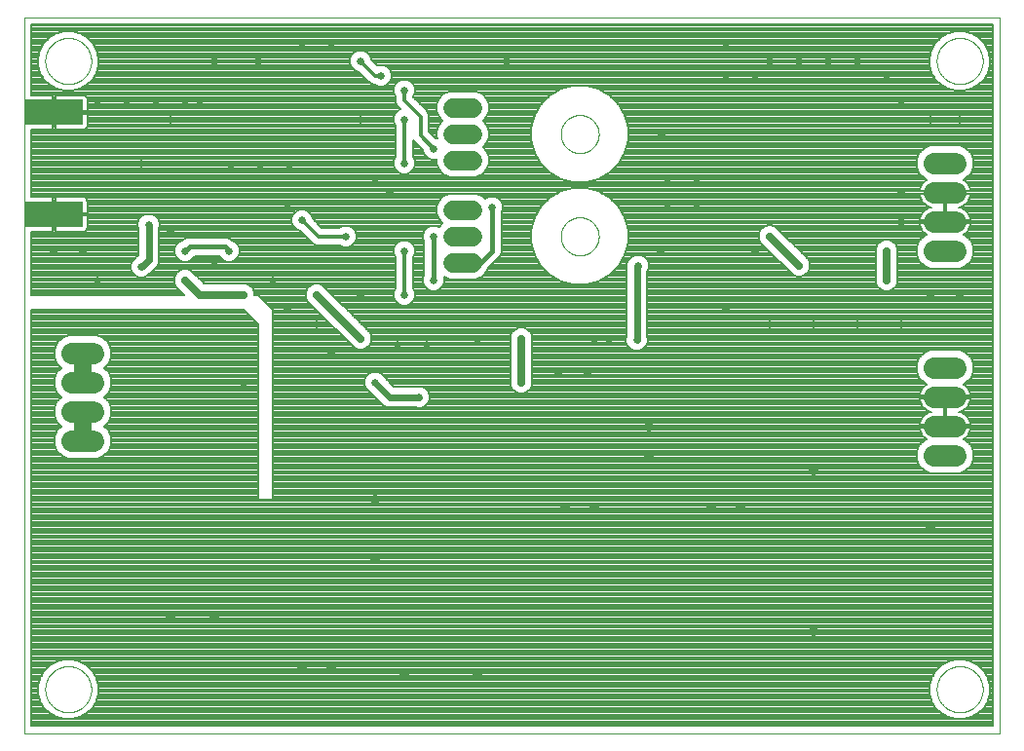
<source format=gbl>
G75*
%MOIN*%
%OFA0B0*%
%FSLAX25Y25*%
%IPPOS*%
%LPD*%
%AMOC8*
5,1,8,0,0,1.08239X$1,22.5*
%
%ADD10C,0.00000*%
%ADD11C,0.06600*%
%ADD12R,0.20000X0.09000*%
%ADD13C,0.07400*%
%ADD14C,0.00787*%
%ADD15C,0.03600*%
%ADD16C,0.02578*%
%ADD17C,0.02400*%
%ADD18C,0.02756*%
%ADD19C,0.01575*%
%ADD20C,0.01181*%
%ADD21C,0.01200*%
%ADD22C,0.05906*%
D10*
X0098342Y0038933D02*
X0098342Y0283894D01*
X0432043Y0283894D01*
X0432043Y0038933D01*
X0098342Y0038933D01*
X0105468Y0053933D02*
X0105470Y0054126D01*
X0105477Y0054319D01*
X0105489Y0054512D01*
X0105506Y0054705D01*
X0105527Y0054897D01*
X0105553Y0055088D01*
X0105584Y0055279D01*
X0105619Y0055469D01*
X0105659Y0055658D01*
X0105704Y0055846D01*
X0105753Y0056033D01*
X0105807Y0056219D01*
X0105865Y0056403D01*
X0105928Y0056586D01*
X0105996Y0056767D01*
X0106067Y0056946D01*
X0106144Y0057124D01*
X0106224Y0057300D01*
X0106309Y0057473D01*
X0106398Y0057645D01*
X0106491Y0057814D01*
X0106588Y0057981D01*
X0106690Y0058146D01*
X0106795Y0058308D01*
X0106904Y0058467D01*
X0107018Y0058624D01*
X0107135Y0058777D01*
X0107255Y0058928D01*
X0107380Y0059076D01*
X0107508Y0059221D01*
X0107639Y0059362D01*
X0107774Y0059501D01*
X0107913Y0059636D01*
X0108054Y0059767D01*
X0108199Y0059895D01*
X0108347Y0060020D01*
X0108498Y0060140D01*
X0108651Y0060257D01*
X0108808Y0060371D01*
X0108967Y0060480D01*
X0109129Y0060585D01*
X0109294Y0060687D01*
X0109461Y0060784D01*
X0109630Y0060877D01*
X0109802Y0060966D01*
X0109975Y0061051D01*
X0110151Y0061131D01*
X0110329Y0061208D01*
X0110508Y0061279D01*
X0110689Y0061347D01*
X0110872Y0061410D01*
X0111056Y0061468D01*
X0111242Y0061522D01*
X0111429Y0061571D01*
X0111617Y0061616D01*
X0111806Y0061656D01*
X0111996Y0061691D01*
X0112187Y0061722D01*
X0112378Y0061748D01*
X0112570Y0061769D01*
X0112763Y0061786D01*
X0112956Y0061798D01*
X0113149Y0061805D01*
X0113342Y0061807D01*
X0113535Y0061805D01*
X0113728Y0061798D01*
X0113921Y0061786D01*
X0114114Y0061769D01*
X0114306Y0061748D01*
X0114497Y0061722D01*
X0114688Y0061691D01*
X0114878Y0061656D01*
X0115067Y0061616D01*
X0115255Y0061571D01*
X0115442Y0061522D01*
X0115628Y0061468D01*
X0115812Y0061410D01*
X0115995Y0061347D01*
X0116176Y0061279D01*
X0116355Y0061208D01*
X0116533Y0061131D01*
X0116709Y0061051D01*
X0116882Y0060966D01*
X0117054Y0060877D01*
X0117223Y0060784D01*
X0117390Y0060687D01*
X0117555Y0060585D01*
X0117717Y0060480D01*
X0117876Y0060371D01*
X0118033Y0060257D01*
X0118186Y0060140D01*
X0118337Y0060020D01*
X0118485Y0059895D01*
X0118630Y0059767D01*
X0118771Y0059636D01*
X0118910Y0059501D01*
X0119045Y0059362D01*
X0119176Y0059221D01*
X0119304Y0059076D01*
X0119429Y0058928D01*
X0119549Y0058777D01*
X0119666Y0058624D01*
X0119780Y0058467D01*
X0119889Y0058308D01*
X0119994Y0058146D01*
X0120096Y0057981D01*
X0120193Y0057814D01*
X0120286Y0057645D01*
X0120375Y0057473D01*
X0120460Y0057300D01*
X0120540Y0057124D01*
X0120617Y0056946D01*
X0120688Y0056767D01*
X0120756Y0056586D01*
X0120819Y0056403D01*
X0120877Y0056219D01*
X0120931Y0056033D01*
X0120980Y0055846D01*
X0121025Y0055658D01*
X0121065Y0055469D01*
X0121100Y0055279D01*
X0121131Y0055088D01*
X0121157Y0054897D01*
X0121178Y0054705D01*
X0121195Y0054512D01*
X0121207Y0054319D01*
X0121214Y0054126D01*
X0121216Y0053933D01*
X0121214Y0053740D01*
X0121207Y0053547D01*
X0121195Y0053354D01*
X0121178Y0053161D01*
X0121157Y0052969D01*
X0121131Y0052778D01*
X0121100Y0052587D01*
X0121065Y0052397D01*
X0121025Y0052208D01*
X0120980Y0052020D01*
X0120931Y0051833D01*
X0120877Y0051647D01*
X0120819Y0051463D01*
X0120756Y0051280D01*
X0120688Y0051099D01*
X0120617Y0050920D01*
X0120540Y0050742D01*
X0120460Y0050566D01*
X0120375Y0050393D01*
X0120286Y0050221D01*
X0120193Y0050052D01*
X0120096Y0049885D01*
X0119994Y0049720D01*
X0119889Y0049558D01*
X0119780Y0049399D01*
X0119666Y0049242D01*
X0119549Y0049089D01*
X0119429Y0048938D01*
X0119304Y0048790D01*
X0119176Y0048645D01*
X0119045Y0048504D01*
X0118910Y0048365D01*
X0118771Y0048230D01*
X0118630Y0048099D01*
X0118485Y0047971D01*
X0118337Y0047846D01*
X0118186Y0047726D01*
X0118033Y0047609D01*
X0117876Y0047495D01*
X0117717Y0047386D01*
X0117555Y0047281D01*
X0117390Y0047179D01*
X0117223Y0047082D01*
X0117054Y0046989D01*
X0116882Y0046900D01*
X0116709Y0046815D01*
X0116533Y0046735D01*
X0116355Y0046658D01*
X0116176Y0046587D01*
X0115995Y0046519D01*
X0115812Y0046456D01*
X0115628Y0046398D01*
X0115442Y0046344D01*
X0115255Y0046295D01*
X0115067Y0046250D01*
X0114878Y0046210D01*
X0114688Y0046175D01*
X0114497Y0046144D01*
X0114306Y0046118D01*
X0114114Y0046097D01*
X0113921Y0046080D01*
X0113728Y0046068D01*
X0113535Y0046061D01*
X0113342Y0046059D01*
X0113149Y0046061D01*
X0112956Y0046068D01*
X0112763Y0046080D01*
X0112570Y0046097D01*
X0112378Y0046118D01*
X0112187Y0046144D01*
X0111996Y0046175D01*
X0111806Y0046210D01*
X0111617Y0046250D01*
X0111429Y0046295D01*
X0111242Y0046344D01*
X0111056Y0046398D01*
X0110872Y0046456D01*
X0110689Y0046519D01*
X0110508Y0046587D01*
X0110329Y0046658D01*
X0110151Y0046735D01*
X0109975Y0046815D01*
X0109802Y0046900D01*
X0109630Y0046989D01*
X0109461Y0047082D01*
X0109294Y0047179D01*
X0109129Y0047281D01*
X0108967Y0047386D01*
X0108808Y0047495D01*
X0108651Y0047609D01*
X0108498Y0047726D01*
X0108347Y0047846D01*
X0108199Y0047971D01*
X0108054Y0048099D01*
X0107913Y0048230D01*
X0107774Y0048365D01*
X0107639Y0048504D01*
X0107508Y0048645D01*
X0107380Y0048790D01*
X0107255Y0048938D01*
X0107135Y0049089D01*
X0107018Y0049242D01*
X0106904Y0049399D01*
X0106795Y0049558D01*
X0106690Y0049720D01*
X0106588Y0049885D01*
X0106491Y0050052D01*
X0106398Y0050221D01*
X0106309Y0050393D01*
X0106224Y0050566D01*
X0106144Y0050742D01*
X0106067Y0050920D01*
X0105996Y0051099D01*
X0105928Y0051280D01*
X0105865Y0051463D01*
X0105807Y0051647D01*
X0105753Y0051833D01*
X0105704Y0052020D01*
X0105659Y0052208D01*
X0105619Y0052397D01*
X0105584Y0052587D01*
X0105553Y0052778D01*
X0105527Y0052969D01*
X0105506Y0053161D01*
X0105489Y0053354D01*
X0105477Y0053547D01*
X0105470Y0053740D01*
X0105468Y0053933D01*
X0281842Y0208933D02*
X0281844Y0209094D01*
X0281850Y0209254D01*
X0281860Y0209415D01*
X0281874Y0209575D01*
X0281892Y0209735D01*
X0281913Y0209894D01*
X0281939Y0210053D01*
X0281969Y0210211D01*
X0282002Y0210368D01*
X0282040Y0210525D01*
X0282081Y0210680D01*
X0282126Y0210834D01*
X0282175Y0210987D01*
X0282228Y0211139D01*
X0282284Y0211290D01*
X0282345Y0211439D01*
X0282408Y0211587D01*
X0282476Y0211733D01*
X0282547Y0211877D01*
X0282621Y0212019D01*
X0282699Y0212160D01*
X0282781Y0212298D01*
X0282866Y0212435D01*
X0282954Y0212569D01*
X0283046Y0212701D01*
X0283141Y0212831D01*
X0283239Y0212959D01*
X0283340Y0213084D01*
X0283444Y0213206D01*
X0283551Y0213326D01*
X0283661Y0213443D01*
X0283774Y0213558D01*
X0283890Y0213669D01*
X0284009Y0213778D01*
X0284130Y0213883D01*
X0284254Y0213986D01*
X0284380Y0214086D01*
X0284508Y0214182D01*
X0284639Y0214275D01*
X0284773Y0214365D01*
X0284908Y0214452D01*
X0285046Y0214535D01*
X0285185Y0214615D01*
X0285327Y0214691D01*
X0285470Y0214764D01*
X0285615Y0214833D01*
X0285762Y0214899D01*
X0285910Y0214961D01*
X0286060Y0215019D01*
X0286211Y0215074D01*
X0286364Y0215125D01*
X0286518Y0215172D01*
X0286673Y0215215D01*
X0286829Y0215254D01*
X0286985Y0215290D01*
X0287143Y0215321D01*
X0287301Y0215349D01*
X0287460Y0215373D01*
X0287620Y0215393D01*
X0287780Y0215409D01*
X0287940Y0215421D01*
X0288101Y0215429D01*
X0288262Y0215433D01*
X0288422Y0215433D01*
X0288583Y0215429D01*
X0288744Y0215421D01*
X0288904Y0215409D01*
X0289064Y0215393D01*
X0289224Y0215373D01*
X0289383Y0215349D01*
X0289541Y0215321D01*
X0289699Y0215290D01*
X0289855Y0215254D01*
X0290011Y0215215D01*
X0290166Y0215172D01*
X0290320Y0215125D01*
X0290473Y0215074D01*
X0290624Y0215019D01*
X0290774Y0214961D01*
X0290922Y0214899D01*
X0291069Y0214833D01*
X0291214Y0214764D01*
X0291357Y0214691D01*
X0291499Y0214615D01*
X0291638Y0214535D01*
X0291776Y0214452D01*
X0291911Y0214365D01*
X0292045Y0214275D01*
X0292176Y0214182D01*
X0292304Y0214086D01*
X0292430Y0213986D01*
X0292554Y0213883D01*
X0292675Y0213778D01*
X0292794Y0213669D01*
X0292910Y0213558D01*
X0293023Y0213443D01*
X0293133Y0213326D01*
X0293240Y0213206D01*
X0293344Y0213084D01*
X0293445Y0212959D01*
X0293543Y0212831D01*
X0293638Y0212701D01*
X0293730Y0212569D01*
X0293818Y0212435D01*
X0293903Y0212298D01*
X0293985Y0212160D01*
X0294063Y0212019D01*
X0294137Y0211877D01*
X0294208Y0211733D01*
X0294276Y0211587D01*
X0294339Y0211439D01*
X0294400Y0211290D01*
X0294456Y0211139D01*
X0294509Y0210987D01*
X0294558Y0210834D01*
X0294603Y0210680D01*
X0294644Y0210525D01*
X0294682Y0210368D01*
X0294715Y0210211D01*
X0294745Y0210053D01*
X0294771Y0209894D01*
X0294792Y0209735D01*
X0294810Y0209575D01*
X0294824Y0209415D01*
X0294834Y0209254D01*
X0294840Y0209094D01*
X0294842Y0208933D01*
X0294840Y0208772D01*
X0294834Y0208612D01*
X0294824Y0208451D01*
X0294810Y0208291D01*
X0294792Y0208131D01*
X0294771Y0207972D01*
X0294745Y0207813D01*
X0294715Y0207655D01*
X0294682Y0207498D01*
X0294644Y0207341D01*
X0294603Y0207186D01*
X0294558Y0207032D01*
X0294509Y0206879D01*
X0294456Y0206727D01*
X0294400Y0206576D01*
X0294339Y0206427D01*
X0294276Y0206279D01*
X0294208Y0206133D01*
X0294137Y0205989D01*
X0294063Y0205847D01*
X0293985Y0205706D01*
X0293903Y0205568D01*
X0293818Y0205431D01*
X0293730Y0205297D01*
X0293638Y0205165D01*
X0293543Y0205035D01*
X0293445Y0204907D01*
X0293344Y0204782D01*
X0293240Y0204660D01*
X0293133Y0204540D01*
X0293023Y0204423D01*
X0292910Y0204308D01*
X0292794Y0204197D01*
X0292675Y0204088D01*
X0292554Y0203983D01*
X0292430Y0203880D01*
X0292304Y0203780D01*
X0292176Y0203684D01*
X0292045Y0203591D01*
X0291911Y0203501D01*
X0291776Y0203414D01*
X0291638Y0203331D01*
X0291499Y0203251D01*
X0291357Y0203175D01*
X0291214Y0203102D01*
X0291069Y0203033D01*
X0290922Y0202967D01*
X0290774Y0202905D01*
X0290624Y0202847D01*
X0290473Y0202792D01*
X0290320Y0202741D01*
X0290166Y0202694D01*
X0290011Y0202651D01*
X0289855Y0202612D01*
X0289699Y0202576D01*
X0289541Y0202545D01*
X0289383Y0202517D01*
X0289224Y0202493D01*
X0289064Y0202473D01*
X0288904Y0202457D01*
X0288744Y0202445D01*
X0288583Y0202437D01*
X0288422Y0202433D01*
X0288262Y0202433D01*
X0288101Y0202437D01*
X0287940Y0202445D01*
X0287780Y0202457D01*
X0287620Y0202473D01*
X0287460Y0202493D01*
X0287301Y0202517D01*
X0287143Y0202545D01*
X0286985Y0202576D01*
X0286829Y0202612D01*
X0286673Y0202651D01*
X0286518Y0202694D01*
X0286364Y0202741D01*
X0286211Y0202792D01*
X0286060Y0202847D01*
X0285910Y0202905D01*
X0285762Y0202967D01*
X0285615Y0203033D01*
X0285470Y0203102D01*
X0285327Y0203175D01*
X0285185Y0203251D01*
X0285046Y0203331D01*
X0284908Y0203414D01*
X0284773Y0203501D01*
X0284639Y0203591D01*
X0284508Y0203684D01*
X0284380Y0203780D01*
X0284254Y0203880D01*
X0284130Y0203983D01*
X0284009Y0204088D01*
X0283890Y0204197D01*
X0283774Y0204308D01*
X0283661Y0204423D01*
X0283551Y0204540D01*
X0283444Y0204660D01*
X0283340Y0204782D01*
X0283239Y0204907D01*
X0283141Y0205035D01*
X0283046Y0205165D01*
X0282954Y0205297D01*
X0282866Y0205431D01*
X0282781Y0205568D01*
X0282699Y0205706D01*
X0282621Y0205847D01*
X0282547Y0205989D01*
X0282476Y0206133D01*
X0282408Y0206279D01*
X0282345Y0206427D01*
X0282284Y0206576D01*
X0282228Y0206727D01*
X0282175Y0206879D01*
X0282126Y0207032D01*
X0282081Y0207186D01*
X0282040Y0207341D01*
X0282002Y0207498D01*
X0281969Y0207655D01*
X0281939Y0207813D01*
X0281913Y0207972D01*
X0281892Y0208131D01*
X0281874Y0208291D01*
X0281860Y0208451D01*
X0281850Y0208612D01*
X0281844Y0208772D01*
X0281842Y0208933D01*
X0281842Y0243933D02*
X0281844Y0244094D01*
X0281850Y0244254D01*
X0281860Y0244415D01*
X0281874Y0244575D01*
X0281892Y0244735D01*
X0281913Y0244894D01*
X0281939Y0245053D01*
X0281969Y0245211D01*
X0282002Y0245368D01*
X0282040Y0245525D01*
X0282081Y0245680D01*
X0282126Y0245834D01*
X0282175Y0245987D01*
X0282228Y0246139D01*
X0282284Y0246290D01*
X0282345Y0246439D01*
X0282408Y0246587D01*
X0282476Y0246733D01*
X0282547Y0246877D01*
X0282621Y0247019D01*
X0282699Y0247160D01*
X0282781Y0247298D01*
X0282866Y0247435D01*
X0282954Y0247569D01*
X0283046Y0247701D01*
X0283141Y0247831D01*
X0283239Y0247959D01*
X0283340Y0248084D01*
X0283444Y0248206D01*
X0283551Y0248326D01*
X0283661Y0248443D01*
X0283774Y0248558D01*
X0283890Y0248669D01*
X0284009Y0248778D01*
X0284130Y0248883D01*
X0284254Y0248986D01*
X0284380Y0249086D01*
X0284508Y0249182D01*
X0284639Y0249275D01*
X0284773Y0249365D01*
X0284908Y0249452D01*
X0285046Y0249535D01*
X0285185Y0249615D01*
X0285327Y0249691D01*
X0285470Y0249764D01*
X0285615Y0249833D01*
X0285762Y0249899D01*
X0285910Y0249961D01*
X0286060Y0250019D01*
X0286211Y0250074D01*
X0286364Y0250125D01*
X0286518Y0250172D01*
X0286673Y0250215D01*
X0286829Y0250254D01*
X0286985Y0250290D01*
X0287143Y0250321D01*
X0287301Y0250349D01*
X0287460Y0250373D01*
X0287620Y0250393D01*
X0287780Y0250409D01*
X0287940Y0250421D01*
X0288101Y0250429D01*
X0288262Y0250433D01*
X0288422Y0250433D01*
X0288583Y0250429D01*
X0288744Y0250421D01*
X0288904Y0250409D01*
X0289064Y0250393D01*
X0289224Y0250373D01*
X0289383Y0250349D01*
X0289541Y0250321D01*
X0289699Y0250290D01*
X0289855Y0250254D01*
X0290011Y0250215D01*
X0290166Y0250172D01*
X0290320Y0250125D01*
X0290473Y0250074D01*
X0290624Y0250019D01*
X0290774Y0249961D01*
X0290922Y0249899D01*
X0291069Y0249833D01*
X0291214Y0249764D01*
X0291357Y0249691D01*
X0291499Y0249615D01*
X0291638Y0249535D01*
X0291776Y0249452D01*
X0291911Y0249365D01*
X0292045Y0249275D01*
X0292176Y0249182D01*
X0292304Y0249086D01*
X0292430Y0248986D01*
X0292554Y0248883D01*
X0292675Y0248778D01*
X0292794Y0248669D01*
X0292910Y0248558D01*
X0293023Y0248443D01*
X0293133Y0248326D01*
X0293240Y0248206D01*
X0293344Y0248084D01*
X0293445Y0247959D01*
X0293543Y0247831D01*
X0293638Y0247701D01*
X0293730Y0247569D01*
X0293818Y0247435D01*
X0293903Y0247298D01*
X0293985Y0247160D01*
X0294063Y0247019D01*
X0294137Y0246877D01*
X0294208Y0246733D01*
X0294276Y0246587D01*
X0294339Y0246439D01*
X0294400Y0246290D01*
X0294456Y0246139D01*
X0294509Y0245987D01*
X0294558Y0245834D01*
X0294603Y0245680D01*
X0294644Y0245525D01*
X0294682Y0245368D01*
X0294715Y0245211D01*
X0294745Y0245053D01*
X0294771Y0244894D01*
X0294792Y0244735D01*
X0294810Y0244575D01*
X0294824Y0244415D01*
X0294834Y0244254D01*
X0294840Y0244094D01*
X0294842Y0243933D01*
X0294840Y0243772D01*
X0294834Y0243612D01*
X0294824Y0243451D01*
X0294810Y0243291D01*
X0294792Y0243131D01*
X0294771Y0242972D01*
X0294745Y0242813D01*
X0294715Y0242655D01*
X0294682Y0242498D01*
X0294644Y0242341D01*
X0294603Y0242186D01*
X0294558Y0242032D01*
X0294509Y0241879D01*
X0294456Y0241727D01*
X0294400Y0241576D01*
X0294339Y0241427D01*
X0294276Y0241279D01*
X0294208Y0241133D01*
X0294137Y0240989D01*
X0294063Y0240847D01*
X0293985Y0240706D01*
X0293903Y0240568D01*
X0293818Y0240431D01*
X0293730Y0240297D01*
X0293638Y0240165D01*
X0293543Y0240035D01*
X0293445Y0239907D01*
X0293344Y0239782D01*
X0293240Y0239660D01*
X0293133Y0239540D01*
X0293023Y0239423D01*
X0292910Y0239308D01*
X0292794Y0239197D01*
X0292675Y0239088D01*
X0292554Y0238983D01*
X0292430Y0238880D01*
X0292304Y0238780D01*
X0292176Y0238684D01*
X0292045Y0238591D01*
X0291911Y0238501D01*
X0291776Y0238414D01*
X0291638Y0238331D01*
X0291499Y0238251D01*
X0291357Y0238175D01*
X0291214Y0238102D01*
X0291069Y0238033D01*
X0290922Y0237967D01*
X0290774Y0237905D01*
X0290624Y0237847D01*
X0290473Y0237792D01*
X0290320Y0237741D01*
X0290166Y0237694D01*
X0290011Y0237651D01*
X0289855Y0237612D01*
X0289699Y0237576D01*
X0289541Y0237545D01*
X0289383Y0237517D01*
X0289224Y0237493D01*
X0289064Y0237473D01*
X0288904Y0237457D01*
X0288744Y0237445D01*
X0288583Y0237437D01*
X0288422Y0237433D01*
X0288262Y0237433D01*
X0288101Y0237437D01*
X0287940Y0237445D01*
X0287780Y0237457D01*
X0287620Y0237473D01*
X0287460Y0237493D01*
X0287301Y0237517D01*
X0287143Y0237545D01*
X0286985Y0237576D01*
X0286829Y0237612D01*
X0286673Y0237651D01*
X0286518Y0237694D01*
X0286364Y0237741D01*
X0286211Y0237792D01*
X0286060Y0237847D01*
X0285910Y0237905D01*
X0285762Y0237967D01*
X0285615Y0238033D01*
X0285470Y0238102D01*
X0285327Y0238175D01*
X0285185Y0238251D01*
X0285046Y0238331D01*
X0284908Y0238414D01*
X0284773Y0238501D01*
X0284639Y0238591D01*
X0284508Y0238684D01*
X0284380Y0238780D01*
X0284254Y0238880D01*
X0284130Y0238983D01*
X0284009Y0239088D01*
X0283890Y0239197D01*
X0283774Y0239308D01*
X0283661Y0239423D01*
X0283551Y0239540D01*
X0283444Y0239660D01*
X0283340Y0239782D01*
X0283239Y0239907D01*
X0283141Y0240035D01*
X0283046Y0240165D01*
X0282954Y0240297D01*
X0282866Y0240431D01*
X0282781Y0240568D01*
X0282699Y0240706D01*
X0282621Y0240847D01*
X0282547Y0240989D01*
X0282476Y0241133D01*
X0282408Y0241279D01*
X0282345Y0241427D01*
X0282284Y0241576D01*
X0282228Y0241727D01*
X0282175Y0241879D01*
X0282126Y0242032D01*
X0282081Y0242186D01*
X0282040Y0242341D01*
X0282002Y0242498D01*
X0281969Y0242655D01*
X0281939Y0242813D01*
X0281913Y0242972D01*
X0281892Y0243131D01*
X0281874Y0243291D01*
X0281860Y0243451D01*
X0281850Y0243612D01*
X0281844Y0243772D01*
X0281842Y0243933D01*
X0410468Y0268933D02*
X0410470Y0269126D01*
X0410477Y0269319D01*
X0410489Y0269512D01*
X0410506Y0269705D01*
X0410527Y0269897D01*
X0410553Y0270088D01*
X0410584Y0270279D01*
X0410619Y0270469D01*
X0410659Y0270658D01*
X0410704Y0270846D01*
X0410753Y0271033D01*
X0410807Y0271219D01*
X0410865Y0271403D01*
X0410928Y0271586D01*
X0410996Y0271767D01*
X0411067Y0271946D01*
X0411144Y0272124D01*
X0411224Y0272300D01*
X0411309Y0272473D01*
X0411398Y0272645D01*
X0411491Y0272814D01*
X0411588Y0272981D01*
X0411690Y0273146D01*
X0411795Y0273308D01*
X0411904Y0273467D01*
X0412018Y0273624D01*
X0412135Y0273777D01*
X0412255Y0273928D01*
X0412380Y0274076D01*
X0412508Y0274221D01*
X0412639Y0274362D01*
X0412774Y0274501D01*
X0412913Y0274636D01*
X0413054Y0274767D01*
X0413199Y0274895D01*
X0413347Y0275020D01*
X0413498Y0275140D01*
X0413651Y0275257D01*
X0413808Y0275371D01*
X0413967Y0275480D01*
X0414129Y0275585D01*
X0414294Y0275687D01*
X0414461Y0275784D01*
X0414630Y0275877D01*
X0414802Y0275966D01*
X0414975Y0276051D01*
X0415151Y0276131D01*
X0415329Y0276208D01*
X0415508Y0276279D01*
X0415689Y0276347D01*
X0415872Y0276410D01*
X0416056Y0276468D01*
X0416242Y0276522D01*
X0416429Y0276571D01*
X0416617Y0276616D01*
X0416806Y0276656D01*
X0416996Y0276691D01*
X0417187Y0276722D01*
X0417378Y0276748D01*
X0417570Y0276769D01*
X0417763Y0276786D01*
X0417956Y0276798D01*
X0418149Y0276805D01*
X0418342Y0276807D01*
X0418535Y0276805D01*
X0418728Y0276798D01*
X0418921Y0276786D01*
X0419114Y0276769D01*
X0419306Y0276748D01*
X0419497Y0276722D01*
X0419688Y0276691D01*
X0419878Y0276656D01*
X0420067Y0276616D01*
X0420255Y0276571D01*
X0420442Y0276522D01*
X0420628Y0276468D01*
X0420812Y0276410D01*
X0420995Y0276347D01*
X0421176Y0276279D01*
X0421355Y0276208D01*
X0421533Y0276131D01*
X0421709Y0276051D01*
X0421882Y0275966D01*
X0422054Y0275877D01*
X0422223Y0275784D01*
X0422390Y0275687D01*
X0422555Y0275585D01*
X0422717Y0275480D01*
X0422876Y0275371D01*
X0423033Y0275257D01*
X0423186Y0275140D01*
X0423337Y0275020D01*
X0423485Y0274895D01*
X0423630Y0274767D01*
X0423771Y0274636D01*
X0423910Y0274501D01*
X0424045Y0274362D01*
X0424176Y0274221D01*
X0424304Y0274076D01*
X0424429Y0273928D01*
X0424549Y0273777D01*
X0424666Y0273624D01*
X0424780Y0273467D01*
X0424889Y0273308D01*
X0424994Y0273146D01*
X0425096Y0272981D01*
X0425193Y0272814D01*
X0425286Y0272645D01*
X0425375Y0272473D01*
X0425460Y0272300D01*
X0425540Y0272124D01*
X0425617Y0271946D01*
X0425688Y0271767D01*
X0425756Y0271586D01*
X0425819Y0271403D01*
X0425877Y0271219D01*
X0425931Y0271033D01*
X0425980Y0270846D01*
X0426025Y0270658D01*
X0426065Y0270469D01*
X0426100Y0270279D01*
X0426131Y0270088D01*
X0426157Y0269897D01*
X0426178Y0269705D01*
X0426195Y0269512D01*
X0426207Y0269319D01*
X0426214Y0269126D01*
X0426216Y0268933D01*
X0426214Y0268740D01*
X0426207Y0268547D01*
X0426195Y0268354D01*
X0426178Y0268161D01*
X0426157Y0267969D01*
X0426131Y0267778D01*
X0426100Y0267587D01*
X0426065Y0267397D01*
X0426025Y0267208D01*
X0425980Y0267020D01*
X0425931Y0266833D01*
X0425877Y0266647D01*
X0425819Y0266463D01*
X0425756Y0266280D01*
X0425688Y0266099D01*
X0425617Y0265920D01*
X0425540Y0265742D01*
X0425460Y0265566D01*
X0425375Y0265393D01*
X0425286Y0265221D01*
X0425193Y0265052D01*
X0425096Y0264885D01*
X0424994Y0264720D01*
X0424889Y0264558D01*
X0424780Y0264399D01*
X0424666Y0264242D01*
X0424549Y0264089D01*
X0424429Y0263938D01*
X0424304Y0263790D01*
X0424176Y0263645D01*
X0424045Y0263504D01*
X0423910Y0263365D01*
X0423771Y0263230D01*
X0423630Y0263099D01*
X0423485Y0262971D01*
X0423337Y0262846D01*
X0423186Y0262726D01*
X0423033Y0262609D01*
X0422876Y0262495D01*
X0422717Y0262386D01*
X0422555Y0262281D01*
X0422390Y0262179D01*
X0422223Y0262082D01*
X0422054Y0261989D01*
X0421882Y0261900D01*
X0421709Y0261815D01*
X0421533Y0261735D01*
X0421355Y0261658D01*
X0421176Y0261587D01*
X0420995Y0261519D01*
X0420812Y0261456D01*
X0420628Y0261398D01*
X0420442Y0261344D01*
X0420255Y0261295D01*
X0420067Y0261250D01*
X0419878Y0261210D01*
X0419688Y0261175D01*
X0419497Y0261144D01*
X0419306Y0261118D01*
X0419114Y0261097D01*
X0418921Y0261080D01*
X0418728Y0261068D01*
X0418535Y0261061D01*
X0418342Y0261059D01*
X0418149Y0261061D01*
X0417956Y0261068D01*
X0417763Y0261080D01*
X0417570Y0261097D01*
X0417378Y0261118D01*
X0417187Y0261144D01*
X0416996Y0261175D01*
X0416806Y0261210D01*
X0416617Y0261250D01*
X0416429Y0261295D01*
X0416242Y0261344D01*
X0416056Y0261398D01*
X0415872Y0261456D01*
X0415689Y0261519D01*
X0415508Y0261587D01*
X0415329Y0261658D01*
X0415151Y0261735D01*
X0414975Y0261815D01*
X0414802Y0261900D01*
X0414630Y0261989D01*
X0414461Y0262082D01*
X0414294Y0262179D01*
X0414129Y0262281D01*
X0413967Y0262386D01*
X0413808Y0262495D01*
X0413651Y0262609D01*
X0413498Y0262726D01*
X0413347Y0262846D01*
X0413199Y0262971D01*
X0413054Y0263099D01*
X0412913Y0263230D01*
X0412774Y0263365D01*
X0412639Y0263504D01*
X0412508Y0263645D01*
X0412380Y0263790D01*
X0412255Y0263938D01*
X0412135Y0264089D01*
X0412018Y0264242D01*
X0411904Y0264399D01*
X0411795Y0264558D01*
X0411690Y0264720D01*
X0411588Y0264885D01*
X0411491Y0265052D01*
X0411398Y0265221D01*
X0411309Y0265393D01*
X0411224Y0265566D01*
X0411144Y0265742D01*
X0411067Y0265920D01*
X0410996Y0266099D01*
X0410928Y0266280D01*
X0410865Y0266463D01*
X0410807Y0266647D01*
X0410753Y0266833D01*
X0410704Y0267020D01*
X0410659Y0267208D01*
X0410619Y0267397D01*
X0410584Y0267587D01*
X0410553Y0267778D01*
X0410527Y0267969D01*
X0410506Y0268161D01*
X0410489Y0268354D01*
X0410477Y0268547D01*
X0410470Y0268740D01*
X0410468Y0268933D01*
X0105468Y0268933D02*
X0105470Y0269126D01*
X0105477Y0269319D01*
X0105489Y0269512D01*
X0105506Y0269705D01*
X0105527Y0269897D01*
X0105553Y0270088D01*
X0105584Y0270279D01*
X0105619Y0270469D01*
X0105659Y0270658D01*
X0105704Y0270846D01*
X0105753Y0271033D01*
X0105807Y0271219D01*
X0105865Y0271403D01*
X0105928Y0271586D01*
X0105996Y0271767D01*
X0106067Y0271946D01*
X0106144Y0272124D01*
X0106224Y0272300D01*
X0106309Y0272473D01*
X0106398Y0272645D01*
X0106491Y0272814D01*
X0106588Y0272981D01*
X0106690Y0273146D01*
X0106795Y0273308D01*
X0106904Y0273467D01*
X0107018Y0273624D01*
X0107135Y0273777D01*
X0107255Y0273928D01*
X0107380Y0274076D01*
X0107508Y0274221D01*
X0107639Y0274362D01*
X0107774Y0274501D01*
X0107913Y0274636D01*
X0108054Y0274767D01*
X0108199Y0274895D01*
X0108347Y0275020D01*
X0108498Y0275140D01*
X0108651Y0275257D01*
X0108808Y0275371D01*
X0108967Y0275480D01*
X0109129Y0275585D01*
X0109294Y0275687D01*
X0109461Y0275784D01*
X0109630Y0275877D01*
X0109802Y0275966D01*
X0109975Y0276051D01*
X0110151Y0276131D01*
X0110329Y0276208D01*
X0110508Y0276279D01*
X0110689Y0276347D01*
X0110872Y0276410D01*
X0111056Y0276468D01*
X0111242Y0276522D01*
X0111429Y0276571D01*
X0111617Y0276616D01*
X0111806Y0276656D01*
X0111996Y0276691D01*
X0112187Y0276722D01*
X0112378Y0276748D01*
X0112570Y0276769D01*
X0112763Y0276786D01*
X0112956Y0276798D01*
X0113149Y0276805D01*
X0113342Y0276807D01*
X0113535Y0276805D01*
X0113728Y0276798D01*
X0113921Y0276786D01*
X0114114Y0276769D01*
X0114306Y0276748D01*
X0114497Y0276722D01*
X0114688Y0276691D01*
X0114878Y0276656D01*
X0115067Y0276616D01*
X0115255Y0276571D01*
X0115442Y0276522D01*
X0115628Y0276468D01*
X0115812Y0276410D01*
X0115995Y0276347D01*
X0116176Y0276279D01*
X0116355Y0276208D01*
X0116533Y0276131D01*
X0116709Y0276051D01*
X0116882Y0275966D01*
X0117054Y0275877D01*
X0117223Y0275784D01*
X0117390Y0275687D01*
X0117555Y0275585D01*
X0117717Y0275480D01*
X0117876Y0275371D01*
X0118033Y0275257D01*
X0118186Y0275140D01*
X0118337Y0275020D01*
X0118485Y0274895D01*
X0118630Y0274767D01*
X0118771Y0274636D01*
X0118910Y0274501D01*
X0119045Y0274362D01*
X0119176Y0274221D01*
X0119304Y0274076D01*
X0119429Y0273928D01*
X0119549Y0273777D01*
X0119666Y0273624D01*
X0119780Y0273467D01*
X0119889Y0273308D01*
X0119994Y0273146D01*
X0120096Y0272981D01*
X0120193Y0272814D01*
X0120286Y0272645D01*
X0120375Y0272473D01*
X0120460Y0272300D01*
X0120540Y0272124D01*
X0120617Y0271946D01*
X0120688Y0271767D01*
X0120756Y0271586D01*
X0120819Y0271403D01*
X0120877Y0271219D01*
X0120931Y0271033D01*
X0120980Y0270846D01*
X0121025Y0270658D01*
X0121065Y0270469D01*
X0121100Y0270279D01*
X0121131Y0270088D01*
X0121157Y0269897D01*
X0121178Y0269705D01*
X0121195Y0269512D01*
X0121207Y0269319D01*
X0121214Y0269126D01*
X0121216Y0268933D01*
X0121214Y0268740D01*
X0121207Y0268547D01*
X0121195Y0268354D01*
X0121178Y0268161D01*
X0121157Y0267969D01*
X0121131Y0267778D01*
X0121100Y0267587D01*
X0121065Y0267397D01*
X0121025Y0267208D01*
X0120980Y0267020D01*
X0120931Y0266833D01*
X0120877Y0266647D01*
X0120819Y0266463D01*
X0120756Y0266280D01*
X0120688Y0266099D01*
X0120617Y0265920D01*
X0120540Y0265742D01*
X0120460Y0265566D01*
X0120375Y0265393D01*
X0120286Y0265221D01*
X0120193Y0265052D01*
X0120096Y0264885D01*
X0119994Y0264720D01*
X0119889Y0264558D01*
X0119780Y0264399D01*
X0119666Y0264242D01*
X0119549Y0264089D01*
X0119429Y0263938D01*
X0119304Y0263790D01*
X0119176Y0263645D01*
X0119045Y0263504D01*
X0118910Y0263365D01*
X0118771Y0263230D01*
X0118630Y0263099D01*
X0118485Y0262971D01*
X0118337Y0262846D01*
X0118186Y0262726D01*
X0118033Y0262609D01*
X0117876Y0262495D01*
X0117717Y0262386D01*
X0117555Y0262281D01*
X0117390Y0262179D01*
X0117223Y0262082D01*
X0117054Y0261989D01*
X0116882Y0261900D01*
X0116709Y0261815D01*
X0116533Y0261735D01*
X0116355Y0261658D01*
X0116176Y0261587D01*
X0115995Y0261519D01*
X0115812Y0261456D01*
X0115628Y0261398D01*
X0115442Y0261344D01*
X0115255Y0261295D01*
X0115067Y0261250D01*
X0114878Y0261210D01*
X0114688Y0261175D01*
X0114497Y0261144D01*
X0114306Y0261118D01*
X0114114Y0261097D01*
X0113921Y0261080D01*
X0113728Y0261068D01*
X0113535Y0261061D01*
X0113342Y0261059D01*
X0113149Y0261061D01*
X0112956Y0261068D01*
X0112763Y0261080D01*
X0112570Y0261097D01*
X0112378Y0261118D01*
X0112187Y0261144D01*
X0111996Y0261175D01*
X0111806Y0261210D01*
X0111617Y0261250D01*
X0111429Y0261295D01*
X0111242Y0261344D01*
X0111056Y0261398D01*
X0110872Y0261456D01*
X0110689Y0261519D01*
X0110508Y0261587D01*
X0110329Y0261658D01*
X0110151Y0261735D01*
X0109975Y0261815D01*
X0109802Y0261900D01*
X0109630Y0261989D01*
X0109461Y0262082D01*
X0109294Y0262179D01*
X0109129Y0262281D01*
X0108967Y0262386D01*
X0108808Y0262495D01*
X0108651Y0262609D01*
X0108498Y0262726D01*
X0108347Y0262846D01*
X0108199Y0262971D01*
X0108054Y0263099D01*
X0107913Y0263230D01*
X0107774Y0263365D01*
X0107639Y0263504D01*
X0107508Y0263645D01*
X0107380Y0263790D01*
X0107255Y0263938D01*
X0107135Y0264089D01*
X0107018Y0264242D01*
X0106904Y0264399D01*
X0106795Y0264558D01*
X0106690Y0264720D01*
X0106588Y0264885D01*
X0106491Y0265052D01*
X0106398Y0265221D01*
X0106309Y0265393D01*
X0106224Y0265566D01*
X0106144Y0265742D01*
X0106067Y0265920D01*
X0105996Y0266099D01*
X0105928Y0266280D01*
X0105865Y0266463D01*
X0105807Y0266647D01*
X0105753Y0266833D01*
X0105704Y0267020D01*
X0105659Y0267208D01*
X0105619Y0267397D01*
X0105584Y0267587D01*
X0105553Y0267778D01*
X0105527Y0267969D01*
X0105506Y0268161D01*
X0105489Y0268354D01*
X0105477Y0268547D01*
X0105470Y0268740D01*
X0105468Y0268933D01*
X0098342Y0255933D02*
X0098342Y0211933D01*
X0410468Y0053933D02*
X0410470Y0054126D01*
X0410477Y0054319D01*
X0410489Y0054512D01*
X0410506Y0054705D01*
X0410527Y0054897D01*
X0410553Y0055088D01*
X0410584Y0055279D01*
X0410619Y0055469D01*
X0410659Y0055658D01*
X0410704Y0055846D01*
X0410753Y0056033D01*
X0410807Y0056219D01*
X0410865Y0056403D01*
X0410928Y0056586D01*
X0410996Y0056767D01*
X0411067Y0056946D01*
X0411144Y0057124D01*
X0411224Y0057300D01*
X0411309Y0057473D01*
X0411398Y0057645D01*
X0411491Y0057814D01*
X0411588Y0057981D01*
X0411690Y0058146D01*
X0411795Y0058308D01*
X0411904Y0058467D01*
X0412018Y0058624D01*
X0412135Y0058777D01*
X0412255Y0058928D01*
X0412380Y0059076D01*
X0412508Y0059221D01*
X0412639Y0059362D01*
X0412774Y0059501D01*
X0412913Y0059636D01*
X0413054Y0059767D01*
X0413199Y0059895D01*
X0413347Y0060020D01*
X0413498Y0060140D01*
X0413651Y0060257D01*
X0413808Y0060371D01*
X0413967Y0060480D01*
X0414129Y0060585D01*
X0414294Y0060687D01*
X0414461Y0060784D01*
X0414630Y0060877D01*
X0414802Y0060966D01*
X0414975Y0061051D01*
X0415151Y0061131D01*
X0415329Y0061208D01*
X0415508Y0061279D01*
X0415689Y0061347D01*
X0415872Y0061410D01*
X0416056Y0061468D01*
X0416242Y0061522D01*
X0416429Y0061571D01*
X0416617Y0061616D01*
X0416806Y0061656D01*
X0416996Y0061691D01*
X0417187Y0061722D01*
X0417378Y0061748D01*
X0417570Y0061769D01*
X0417763Y0061786D01*
X0417956Y0061798D01*
X0418149Y0061805D01*
X0418342Y0061807D01*
X0418535Y0061805D01*
X0418728Y0061798D01*
X0418921Y0061786D01*
X0419114Y0061769D01*
X0419306Y0061748D01*
X0419497Y0061722D01*
X0419688Y0061691D01*
X0419878Y0061656D01*
X0420067Y0061616D01*
X0420255Y0061571D01*
X0420442Y0061522D01*
X0420628Y0061468D01*
X0420812Y0061410D01*
X0420995Y0061347D01*
X0421176Y0061279D01*
X0421355Y0061208D01*
X0421533Y0061131D01*
X0421709Y0061051D01*
X0421882Y0060966D01*
X0422054Y0060877D01*
X0422223Y0060784D01*
X0422390Y0060687D01*
X0422555Y0060585D01*
X0422717Y0060480D01*
X0422876Y0060371D01*
X0423033Y0060257D01*
X0423186Y0060140D01*
X0423337Y0060020D01*
X0423485Y0059895D01*
X0423630Y0059767D01*
X0423771Y0059636D01*
X0423910Y0059501D01*
X0424045Y0059362D01*
X0424176Y0059221D01*
X0424304Y0059076D01*
X0424429Y0058928D01*
X0424549Y0058777D01*
X0424666Y0058624D01*
X0424780Y0058467D01*
X0424889Y0058308D01*
X0424994Y0058146D01*
X0425096Y0057981D01*
X0425193Y0057814D01*
X0425286Y0057645D01*
X0425375Y0057473D01*
X0425460Y0057300D01*
X0425540Y0057124D01*
X0425617Y0056946D01*
X0425688Y0056767D01*
X0425756Y0056586D01*
X0425819Y0056403D01*
X0425877Y0056219D01*
X0425931Y0056033D01*
X0425980Y0055846D01*
X0426025Y0055658D01*
X0426065Y0055469D01*
X0426100Y0055279D01*
X0426131Y0055088D01*
X0426157Y0054897D01*
X0426178Y0054705D01*
X0426195Y0054512D01*
X0426207Y0054319D01*
X0426214Y0054126D01*
X0426216Y0053933D01*
X0426214Y0053740D01*
X0426207Y0053547D01*
X0426195Y0053354D01*
X0426178Y0053161D01*
X0426157Y0052969D01*
X0426131Y0052778D01*
X0426100Y0052587D01*
X0426065Y0052397D01*
X0426025Y0052208D01*
X0425980Y0052020D01*
X0425931Y0051833D01*
X0425877Y0051647D01*
X0425819Y0051463D01*
X0425756Y0051280D01*
X0425688Y0051099D01*
X0425617Y0050920D01*
X0425540Y0050742D01*
X0425460Y0050566D01*
X0425375Y0050393D01*
X0425286Y0050221D01*
X0425193Y0050052D01*
X0425096Y0049885D01*
X0424994Y0049720D01*
X0424889Y0049558D01*
X0424780Y0049399D01*
X0424666Y0049242D01*
X0424549Y0049089D01*
X0424429Y0048938D01*
X0424304Y0048790D01*
X0424176Y0048645D01*
X0424045Y0048504D01*
X0423910Y0048365D01*
X0423771Y0048230D01*
X0423630Y0048099D01*
X0423485Y0047971D01*
X0423337Y0047846D01*
X0423186Y0047726D01*
X0423033Y0047609D01*
X0422876Y0047495D01*
X0422717Y0047386D01*
X0422555Y0047281D01*
X0422390Y0047179D01*
X0422223Y0047082D01*
X0422054Y0046989D01*
X0421882Y0046900D01*
X0421709Y0046815D01*
X0421533Y0046735D01*
X0421355Y0046658D01*
X0421176Y0046587D01*
X0420995Y0046519D01*
X0420812Y0046456D01*
X0420628Y0046398D01*
X0420442Y0046344D01*
X0420255Y0046295D01*
X0420067Y0046250D01*
X0419878Y0046210D01*
X0419688Y0046175D01*
X0419497Y0046144D01*
X0419306Y0046118D01*
X0419114Y0046097D01*
X0418921Y0046080D01*
X0418728Y0046068D01*
X0418535Y0046061D01*
X0418342Y0046059D01*
X0418149Y0046061D01*
X0417956Y0046068D01*
X0417763Y0046080D01*
X0417570Y0046097D01*
X0417378Y0046118D01*
X0417187Y0046144D01*
X0416996Y0046175D01*
X0416806Y0046210D01*
X0416617Y0046250D01*
X0416429Y0046295D01*
X0416242Y0046344D01*
X0416056Y0046398D01*
X0415872Y0046456D01*
X0415689Y0046519D01*
X0415508Y0046587D01*
X0415329Y0046658D01*
X0415151Y0046735D01*
X0414975Y0046815D01*
X0414802Y0046900D01*
X0414630Y0046989D01*
X0414461Y0047082D01*
X0414294Y0047179D01*
X0414129Y0047281D01*
X0413967Y0047386D01*
X0413808Y0047495D01*
X0413651Y0047609D01*
X0413498Y0047726D01*
X0413347Y0047846D01*
X0413199Y0047971D01*
X0413054Y0048099D01*
X0412913Y0048230D01*
X0412774Y0048365D01*
X0412639Y0048504D01*
X0412508Y0048645D01*
X0412380Y0048790D01*
X0412255Y0048938D01*
X0412135Y0049089D01*
X0412018Y0049242D01*
X0411904Y0049399D01*
X0411795Y0049558D01*
X0411690Y0049720D01*
X0411588Y0049885D01*
X0411491Y0050052D01*
X0411398Y0050221D01*
X0411309Y0050393D01*
X0411224Y0050566D01*
X0411144Y0050742D01*
X0411067Y0050920D01*
X0410996Y0051099D01*
X0410928Y0051280D01*
X0410865Y0051463D01*
X0410807Y0051647D01*
X0410753Y0051833D01*
X0410704Y0052020D01*
X0410659Y0052208D01*
X0410619Y0052397D01*
X0410584Y0052587D01*
X0410553Y0052778D01*
X0410527Y0052969D01*
X0410506Y0053161D01*
X0410489Y0053354D01*
X0410477Y0053547D01*
X0410470Y0053740D01*
X0410468Y0053933D01*
D11*
X0251642Y0199933D02*
X0245042Y0199933D01*
X0245042Y0208933D02*
X0251642Y0208933D01*
X0251642Y0217933D02*
X0245042Y0217933D01*
X0245042Y0234933D02*
X0251642Y0234933D01*
X0251642Y0243933D02*
X0245042Y0243933D01*
X0245042Y0252933D02*
X0251642Y0252933D01*
D12*
X0108442Y0251333D03*
X0108442Y0216533D03*
D13*
X0114642Y0168933D02*
X0122042Y0168933D01*
X0122042Y0158933D02*
X0114642Y0158933D01*
X0114642Y0148933D02*
X0122042Y0148933D01*
X0122042Y0138933D02*
X0114642Y0138933D01*
X0409642Y0133933D02*
X0417042Y0133933D01*
X0417042Y0143933D02*
X0409642Y0143933D01*
X0409642Y0153933D02*
X0417042Y0153933D01*
X0417042Y0163933D02*
X0409642Y0163933D01*
X0409642Y0203933D02*
X0417042Y0203933D01*
X0417042Y0213933D02*
X0409642Y0213933D01*
X0409642Y0223933D02*
X0417042Y0223933D01*
X0417042Y0233933D02*
X0409642Y0233933D01*
D14*
X0403984Y0236197D02*
X0303036Y0236197D01*
X0302583Y0235411D02*
X0403658Y0235411D01*
X0403548Y0235145D02*
X0404476Y0237385D01*
X0406190Y0239099D01*
X0408430Y0240027D01*
X0418254Y0240027D01*
X0420494Y0239099D01*
X0422208Y0237385D01*
X0423135Y0235145D01*
X0423135Y0232721D01*
X0422208Y0230481D01*
X0420494Y0228767D01*
X0419545Y0228374D01*
X0419711Y0228290D01*
X0420360Y0227818D01*
X0420927Y0227251D01*
X0421398Y0226603D01*
X0421762Y0225888D01*
X0422010Y0225126D01*
X0422135Y0224334D01*
X0422135Y0224327D01*
X0413736Y0224327D01*
X0413736Y0223539D01*
X0422135Y0223539D01*
X0422135Y0223532D01*
X0422010Y0222740D01*
X0421762Y0221978D01*
X0421398Y0221263D01*
X0420927Y0220615D01*
X0420360Y0220048D01*
X0419711Y0219577D01*
X0418997Y0219213D01*
X0418235Y0218965D01*
X0418034Y0218933D01*
X0418235Y0218901D01*
X0418997Y0218654D01*
X0419711Y0218290D01*
X0420360Y0217818D01*
X0420927Y0217251D01*
X0421398Y0216603D01*
X0421762Y0215888D01*
X0422010Y0215126D01*
X0422135Y0214334D01*
X0422135Y0214327D01*
X0413736Y0214327D01*
X0413736Y0213539D01*
X0422135Y0213539D01*
X0422135Y0213532D01*
X0422010Y0212740D01*
X0421762Y0211978D01*
X0421398Y0211263D01*
X0420927Y0210615D01*
X0420360Y0210048D01*
X0419711Y0209577D01*
X0419545Y0209492D01*
X0420494Y0209099D01*
X0422208Y0207385D01*
X0423135Y0205145D01*
X0423135Y0202721D01*
X0422208Y0200481D01*
X0420494Y0198767D01*
X0418254Y0197839D01*
X0408430Y0197839D01*
X0406190Y0198767D01*
X0404476Y0200481D01*
X0403548Y0202721D01*
X0403548Y0205145D01*
X0404476Y0207385D01*
X0406190Y0209099D01*
X0407138Y0209492D01*
X0406972Y0209577D01*
X0406323Y0210048D01*
X0405757Y0210615D01*
X0405285Y0211263D01*
X0404921Y0211978D01*
X0404674Y0212740D01*
X0404548Y0213532D01*
X0404548Y0213539D01*
X0412948Y0213539D01*
X0412948Y0214327D01*
X0412948Y0223539D01*
X0413735Y0223539D01*
X0413735Y0218839D01*
X0413735Y0214327D01*
X0412948Y0214327D01*
X0404548Y0214327D01*
X0404548Y0214334D01*
X0404674Y0215126D01*
X0404921Y0215888D01*
X0405285Y0216603D01*
X0405757Y0217251D01*
X0406323Y0217818D01*
X0406972Y0218290D01*
X0407686Y0218654D01*
X0408449Y0218901D01*
X0408649Y0218933D01*
X0408449Y0218965D01*
X0407686Y0219213D01*
X0406972Y0219577D01*
X0406323Y0220048D01*
X0405757Y0220615D01*
X0405285Y0221263D01*
X0404921Y0221978D01*
X0404674Y0222740D01*
X0404548Y0223532D01*
X0404548Y0223539D01*
X0412948Y0223539D01*
X0412948Y0224327D01*
X0404548Y0224327D01*
X0404548Y0224334D01*
X0404674Y0225126D01*
X0404921Y0225888D01*
X0405285Y0226603D01*
X0405757Y0227251D01*
X0406323Y0227818D01*
X0406972Y0228290D01*
X0407138Y0228374D01*
X0406190Y0228767D01*
X0404476Y0230481D01*
X0403548Y0232721D01*
X0403548Y0235145D01*
X0403548Y0234625D02*
X0302129Y0234625D01*
X0301675Y0233839D02*
X0403548Y0233839D01*
X0403548Y0233054D02*
X0300929Y0233054D01*
X0301620Y0233744D02*
X0303805Y0237528D01*
X0304935Y0241748D01*
X0304935Y0246118D01*
X0303805Y0250338D01*
X0301620Y0254122D01*
X0298531Y0257211D01*
X0294747Y0259396D01*
X0290526Y0260527D01*
X0286157Y0260527D01*
X0281937Y0259396D01*
X0278153Y0257211D01*
X0275064Y0254122D01*
X0272879Y0250338D01*
X0271748Y0246118D01*
X0271748Y0241748D01*
X0272879Y0237528D01*
X0275064Y0233744D01*
X0278153Y0230655D01*
X0281937Y0228470D01*
X0286157Y0227339D01*
X0290526Y0227339D01*
X0294747Y0228470D01*
X0298531Y0230655D01*
X0301620Y0233744D01*
X0300143Y0232268D02*
X0403736Y0232268D01*
X0404061Y0231482D02*
X0299358Y0231482D01*
X0298572Y0230696D02*
X0404387Y0230696D01*
X0405047Y0229910D02*
X0297240Y0229910D01*
X0295879Y0229124D02*
X0405833Y0229124D01*
X0407067Y0228338D02*
X0294254Y0228338D01*
X0291321Y0227552D02*
X0406057Y0227552D01*
X0405404Y0226766D02*
X0100735Y0226766D01*
X0100735Y0225980D02*
X0404968Y0225980D01*
X0404696Y0225194D02*
X0291767Y0225194D01*
X0290526Y0225527D02*
X0294747Y0224396D01*
X0298531Y0222211D01*
X0301620Y0219122D01*
X0303805Y0215338D01*
X0304935Y0211118D01*
X0304935Y0206748D01*
X0303805Y0202528D01*
X0301620Y0198744D01*
X0298531Y0195655D01*
X0294747Y0193470D01*
X0290526Y0192339D01*
X0286157Y0192339D01*
X0281937Y0193470D01*
X0278153Y0195655D01*
X0275064Y0198744D01*
X0272879Y0202528D01*
X0271748Y0206748D01*
X0271748Y0211118D01*
X0272879Y0215338D01*
X0275064Y0219122D01*
X0278153Y0222211D01*
X0281937Y0224396D01*
X0286157Y0225527D01*
X0290526Y0225527D01*
X0294700Y0224409D02*
X0404560Y0224409D01*
X0404658Y0222837D02*
X0297447Y0222837D01*
X0298691Y0222051D02*
X0404898Y0222051D01*
X0405285Y0221265D02*
X0299477Y0221265D01*
X0300263Y0220479D02*
X0405892Y0220479D01*
X0406812Y0219693D02*
X0301049Y0219693D01*
X0301744Y0218907D02*
X0408486Y0218907D01*
X0406740Y0218121D02*
X0302198Y0218121D01*
X0302652Y0217335D02*
X0405840Y0217335D01*
X0405258Y0216549D02*
X0303105Y0216549D01*
X0303559Y0215763D02*
X0404881Y0215763D01*
X0404650Y0214978D02*
X0303901Y0214978D01*
X0304112Y0214192D02*
X0412948Y0214192D01*
X0412948Y0214978D02*
X0413735Y0214978D01*
X0413735Y0215763D02*
X0412948Y0215763D01*
X0412948Y0216549D02*
X0413735Y0216549D01*
X0413735Y0217335D02*
X0412948Y0217335D01*
X0412948Y0218121D02*
X0413735Y0218121D01*
X0413735Y0218907D02*
X0412948Y0218907D01*
X0412948Y0219693D02*
X0413735Y0219693D01*
X0413735Y0220479D02*
X0412948Y0220479D01*
X0412948Y0221265D02*
X0413735Y0221265D01*
X0413735Y0222051D02*
X0412948Y0222051D01*
X0412948Y0222837D02*
X0413735Y0222837D01*
X0413736Y0223623D02*
X0429649Y0223623D01*
X0429649Y0224409D02*
X0422124Y0224409D01*
X0421988Y0225194D02*
X0429649Y0225194D01*
X0429649Y0225980D02*
X0421715Y0225980D01*
X0421280Y0226766D02*
X0429649Y0226766D01*
X0429649Y0227552D02*
X0420626Y0227552D01*
X0419616Y0228338D02*
X0429649Y0228338D01*
X0429649Y0229124D02*
X0420851Y0229124D01*
X0421636Y0229910D02*
X0429649Y0229910D01*
X0429649Y0230696D02*
X0422297Y0230696D01*
X0422622Y0231482D02*
X0429649Y0231482D01*
X0429649Y0232268D02*
X0422948Y0232268D01*
X0423135Y0233054D02*
X0429649Y0233054D01*
X0429649Y0233839D02*
X0423135Y0233839D01*
X0423135Y0234625D02*
X0429649Y0234625D01*
X0429649Y0235411D02*
X0423025Y0235411D01*
X0422700Y0236197D02*
X0429649Y0236197D01*
X0429649Y0236983D02*
X0422374Y0236983D01*
X0421824Y0237769D02*
X0429649Y0237769D01*
X0429649Y0238555D02*
X0421038Y0238555D01*
X0419910Y0239341D02*
X0429649Y0239341D01*
X0429649Y0240127D02*
X0304501Y0240127D01*
X0304712Y0240913D02*
X0429649Y0240913D01*
X0429649Y0241699D02*
X0304922Y0241699D01*
X0304935Y0242485D02*
X0429649Y0242485D01*
X0429649Y0243270D02*
X0304935Y0243270D01*
X0304935Y0244056D02*
X0429649Y0244056D01*
X0429649Y0244842D02*
X0304935Y0244842D01*
X0304935Y0245628D02*
X0429649Y0245628D01*
X0429649Y0246414D02*
X0304856Y0246414D01*
X0304645Y0247200D02*
X0429649Y0247200D01*
X0429649Y0247986D02*
X0304435Y0247986D01*
X0304224Y0248772D02*
X0429649Y0248772D01*
X0429649Y0249558D02*
X0304014Y0249558D01*
X0303801Y0250344D02*
X0429649Y0250344D01*
X0429649Y0251130D02*
X0303348Y0251130D01*
X0302894Y0251915D02*
X0429649Y0251915D01*
X0429649Y0252701D02*
X0302440Y0252701D01*
X0301986Y0253487D02*
X0429649Y0253487D01*
X0429649Y0254273D02*
X0301469Y0254273D01*
X0300683Y0255059D02*
X0429649Y0255059D01*
X0429649Y0255845D02*
X0299897Y0255845D01*
X0299111Y0256631D02*
X0429649Y0256631D01*
X0429649Y0257417D02*
X0298175Y0257417D01*
X0296813Y0258203D02*
X0429649Y0258203D01*
X0429649Y0258989D02*
X0420900Y0258989D01*
X0419694Y0258665D02*
X0422305Y0259365D01*
X0424646Y0260717D01*
X0426558Y0262629D01*
X0427910Y0264970D01*
X0428610Y0267581D01*
X0428610Y0270285D01*
X0427910Y0272896D01*
X0426558Y0275238D01*
X0424646Y0277149D01*
X0422305Y0278501D01*
X0419694Y0279201D01*
X0416990Y0279201D01*
X0414379Y0278501D01*
X0412037Y0277149D01*
X0410126Y0275238D01*
X0408774Y0272896D01*
X0408074Y0270285D01*
X0408074Y0267581D01*
X0408774Y0264970D01*
X0410126Y0262629D01*
X0412037Y0260717D01*
X0414379Y0259365D01*
X0416990Y0258665D01*
X0419694Y0258665D01*
X0423014Y0259775D02*
X0429649Y0259775D01*
X0429649Y0260561D02*
X0424376Y0260561D01*
X0425276Y0261346D02*
X0429649Y0261346D01*
X0429649Y0262132D02*
X0426062Y0262132D01*
X0426725Y0262918D02*
X0429649Y0262918D01*
X0429649Y0263704D02*
X0427179Y0263704D01*
X0427633Y0264490D02*
X0429649Y0264490D01*
X0429649Y0265276D02*
X0427992Y0265276D01*
X0428202Y0266062D02*
X0429649Y0266062D01*
X0429649Y0266848D02*
X0428413Y0266848D01*
X0428610Y0267634D02*
X0429649Y0267634D01*
X0429649Y0268420D02*
X0428610Y0268420D01*
X0428610Y0269206D02*
X0429649Y0269206D01*
X0429649Y0269991D02*
X0428610Y0269991D01*
X0428478Y0270777D02*
X0429649Y0270777D01*
X0429649Y0271563D02*
X0428267Y0271563D01*
X0428056Y0272349D02*
X0429649Y0272349D01*
X0429649Y0273135D02*
X0427772Y0273135D01*
X0427318Y0273921D02*
X0429649Y0273921D01*
X0429649Y0274707D02*
X0426864Y0274707D01*
X0426303Y0275493D02*
X0429649Y0275493D01*
X0429649Y0276279D02*
X0425517Y0276279D01*
X0424731Y0277065D02*
X0429649Y0277065D01*
X0429649Y0277851D02*
X0423432Y0277851D01*
X0421799Y0278637D02*
X0429649Y0278637D01*
X0429649Y0279422D02*
X0100735Y0279422D01*
X0100735Y0278637D02*
X0109884Y0278637D01*
X0109379Y0278501D02*
X0107037Y0277149D01*
X0105126Y0275238D01*
X0103774Y0272896D01*
X0103074Y0270285D01*
X0103074Y0267581D01*
X0103774Y0264970D01*
X0105126Y0262629D01*
X0107037Y0260717D01*
X0109379Y0259365D01*
X0111990Y0258665D01*
X0114694Y0258665D01*
X0117305Y0259365D01*
X0119646Y0260717D01*
X0121558Y0262629D01*
X0122910Y0264970D01*
X0123610Y0267581D01*
X0123610Y0270285D01*
X0122910Y0272896D01*
X0121558Y0275238D01*
X0119646Y0277149D01*
X0117305Y0278501D01*
X0114694Y0279201D01*
X0111990Y0279201D01*
X0109379Y0278501D01*
X0108252Y0277851D02*
X0100735Y0277851D01*
X0100735Y0277065D02*
X0106953Y0277065D01*
X0106167Y0276279D02*
X0100735Y0276279D01*
X0100735Y0275493D02*
X0105381Y0275493D01*
X0104819Y0274707D02*
X0100735Y0274707D01*
X0100735Y0273921D02*
X0104365Y0273921D01*
X0103912Y0273135D02*
X0100735Y0273135D01*
X0100735Y0272349D02*
X0103627Y0272349D01*
X0103417Y0271563D02*
X0100735Y0271563D01*
X0100735Y0270777D02*
X0103206Y0270777D01*
X0103074Y0269991D02*
X0100735Y0269991D01*
X0100735Y0269206D02*
X0103074Y0269206D01*
X0103074Y0268420D02*
X0100735Y0268420D01*
X0100735Y0267634D02*
X0103074Y0267634D01*
X0103271Y0266848D02*
X0100735Y0266848D01*
X0100735Y0266062D02*
X0103481Y0266062D01*
X0103692Y0265276D02*
X0100735Y0265276D01*
X0100735Y0264490D02*
X0104051Y0264490D01*
X0104505Y0263704D02*
X0100735Y0263704D01*
X0100735Y0262918D02*
X0104958Y0262918D01*
X0105622Y0262132D02*
X0100735Y0262132D01*
X0100735Y0261346D02*
X0106408Y0261346D01*
X0107308Y0260561D02*
X0100735Y0260561D01*
X0100735Y0259775D02*
X0108669Y0259775D01*
X0110783Y0258989D02*
X0100735Y0258989D01*
X0100735Y0258203D02*
X0224659Y0258203D01*
X0224659Y0258201D02*
X0225220Y0256847D01*
X0225358Y0256709D01*
X0225358Y0254839D01*
X0225812Y0253743D01*
X0226651Y0252903D01*
X0227135Y0252419D01*
X0226256Y0252055D01*
X0225220Y0251019D01*
X0224659Y0249666D01*
X0224659Y0248201D01*
X0225220Y0246847D01*
X0225358Y0246709D01*
X0225358Y0236157D01*
X0225220Y0236019D01*
X0224659Y0234666D01*
X0224659Y0233201D01*
X0225220Y0231847D01*
X0226256Y0230811D01*
X0227609Y0230250D01*
X0229074Y0230250D01*
X0230428Y0230811D01*
X0231464Y0231847D01*
X0232024Y0233201D01*
X0232024Y0234666D01*
X0231464Y0236019D01*
X0231326Y0236157D01*
X0231326Y0241728D01*
X0234659Y0238395D01*
X0234659Y0238201D01*
X0235220Y0236847D01*
X0236256Y0235811D01*
X0237609Y0235250D01*
X0239074Y0235250D01*
X0239348Y0235364D01*
X0239348Y0233801D01*
X0240215Y0231708D01*
X0241817Y0230106D01*
X0243909Y0229239D01*
X0252774Y0229239D01*
X0254867Y0230106D01*
X0256469Y0231708D01*
X0257335Y0233801D01*
X0257335Y0236066D01*
X0256469Y0238158D01*
X0255194Y0239433D01*
X0256469Y0240708D01*
X0257335Y0242801D01*
X0257335Y0245066D01*
X0256469Y0247158D01*
X0255194Y0248433D01*
X0256469Y0249708D01*
X0257335Y0251801D01*
X0257335Y0254066D01*
X0256469Y0256158D01*
X0254867Y0257760D01*
X0252774Y0258627D01*
X0243909Y0258627D01*
X0241817Y0257760D01*
X0240215Y0256158D01*
X0239348Y0254066D01*
X0239348Y0251801D01*
X0240215Y0249708D01*
X0241490Y0248433D01*
X0240215Y0247158D01*
X0239348Y0245066D01*
X0239348Y0242801D01*
X0239497Y0242441D01*
X0239074Y0242616D01*
X0238880Y0242616D01*
X0236826Y0244669D01*
X0236826Y0250527D01*
X0236372Y0251624D01*
X0235532Y0252463D01*
X0231326Y0256669D01*
X0231326Y0256709D01*
X0231464Y0256847D01*
X0232024Y0258201D01*
X0232024Y0259666D01*
X0231464Y0261019D01*
X0230428Y0262055D01*
X0229074Y0262616D01*
X0227609Y0262616D01*
X0226256Y0262055D01*
X0225220Y0261019D01*
X0224659Y0259666D01*
X0224659Y0258201D01*
X0224659Y0258989D02*
X0115900Y0258989D01*
X0118014Y0259775D02*
X0224704Y0259775D01*
X0225030Y0260561D02*
X0221823Y0260561D01*
X0222428Y0260811D02*
X0223464Y0261847D01*
X0224024Y0263201D01*
X0224024Y0264666D01*
X0223464Y0266019D01*
X0222428Y0267055D01*
X0221074Y0267616D01*
X0219609Y0267616D01*
X0219093Y0267402D01*
X0217024Y0269471D01*
X0217024Y0269666D01*
X0216464Y0271019D01*
X0215428Y0272055D01*
X0214074Y0272616D01*
X0212609Y0272616D01*
X0211256Y0272055D01*
X0210220Y0271019D01*
X0209659Y0269666D01*
X0209659Y0268201D01*
X0210220Y0266847D01*
X0211256Y0265811D01*
X0212609Y0265250D01*
X0212804Y0265250D01*
X0215812Y0262243D01*
X0216651Y0261403D01*
X0217748Y0260949D01*
X0218118Y0260949D01*
X0218256Y0260811D01*
X0219609Y0260250D01*
X0221074Y0260250D01*
X0222428Y0260811D01*
X0222963Y0261346D02*
X0225547Y0261346D01*
X0226442Y0262132D02*
X0223582Y0262132D01*
X0223908Y0262918D02*
X0409958Y0262918D01*
X0409505Y0263704D02*
X0224024Y0263704D01*
X0224024Y0264490D02*
X0409051Y0264490D01*
X0408692Y0265276D02*
X0223772Y0265276D01*
X0223421Y0266062D02*
X0408481Y0266062D01*
X0408271Y0266848D02*
X0222635Y0266848D01*
X0218862Y0267634D02*
X0408074Y0267634D01*
X0408074Y0268420D02*
X0218076Y0268420D01*
X0217290Y0269206D02*
X0408074Y0269206D01*
X0408074Y0269991D02*
X0216890Y0269991D01*
X0216564Y0270777D02*
X0408206Y0270777D01*
X0408417Y0271563D02*
X0215920Y0271563D01*
X0214718Y0272349D02*
X0408627Y0272349D01*
X0408912Y0273135D02*
X0122772Y0273135D01*
X0123056Y0272349D02*
X0211966Y0272349D01*
X0210764Y0271563D02*
X0123267Y0271563D01*
X0123478Y0270777D02*
X0210120Y0270777D01*
X0209794Y0269991D02*
X0123610Y0269991D01*
X0123610Y0269206D02*
X0209659Y0269206D01*
X0209659Y0268420D02*
X0123610Y0268420D01*
X0123610Y0267634D02*
X0209894Y0267634D01*
X0210219Y0266848D02*
X0123413Y0266848D01*
X0123202Y0266062D02*
X0211005Y0266062D01*
X0212547Y0265276D02*
X0122992Y0265276D01*
X0122633Y0264490D02*
X0213564Y0264490D01*
X0214350Y0263704D02*
X0122179Y0263704D01*
X0121725Y0262918D02*
X0215136Y0262918D01*
X0215922Y0262132D02*
X0121062Y0262132D01*
X0120276Y0261346D02*
X0216788Y0261346D01*
X0218861Y0260561D02*
X0119376Y0260561D01*
X0118625Y0257227D02*
X0108835Y0257227D01*
X0108835Y0251727D01*
X0108048Y0251727D01*
X0108048Y0257227D01*
X0100735Y0257227D01*
X0100735Y0281500D01*
X0429649Y0281500D01*
X0429649Y0041327D01*
X0100735Y0041327D01*
X0100735Y0183933D01*
X0173342Y0183933D01*
X0178342Y0178933D01*
X0178342Y0118933D01*
X0183342Y0118933D01*
X0183342Y0183933D01*
X0178342Y0188933D01*
X0177113Y0188933D01*
X0177113Y0189683D01*
X0176539Y0191070D01*
X0175478Y0192131D01*
X0174092Y0192705D01*
X0159904Y0192705D01*
X0155478Y0197131D01*
X0154092Y0197705D01*
X0152592Y0197705D01*
X0151205Y0197131D01*
X0150144Y0196070D01*
X0149570Y0194683D01*
X0149570Y0193183D01*
X0150144Y0191797D01*
X0153008Y0188933D01*
X0100735Y0188933D01*
X0100735Y0210639D01*
X0108048Y0210639D01*
X0108048Y0216139D01*
X0108835Y0216139D01*
X0108835Y0210639D01*
X0118625Y0210639D01*
X0118980Y0210734D01*
X0119298Y0210918D01*
X0119557Y0211177D01*
X0119741Y0211495D01*
X0119835Y0211850D01*
X0119835Y0216139D01*
X0108836Y0216139D01*
X0108836Y0216927D01*
X0119835Y0216927D01*
X0119835Y0221217D01*
X0119741Y0221571D01*
X0119557Y0221889D01*
X0119298Y0222148D01*
X0118980Y0222332D01*
X0118625Y0222427D01*
X0108835Y0222427D01*
X0108835Y0216927D01*
X0108048Y0216927D01*
X0108048Y0222427D01*
X0100735Y0222427D01*
X0100735Y0245439D01*
X0108048Y0245439D01*
X0108048Y0250939D01*
X0108835Y0250939D01*
X0108835Y0245439D01*
X0118625Y0245439D01*
X0118980Y0245534D01*
X0119298Y0245718D01*
X0119557Y0245977D01*
X0119741Y0246295D01*
X0119835Y0246650D01*
X0119835Y0250939D01*
X0108836Y0250939D01*
X0108836Y0251727D01*
X0119835Y0251727D01*
X0119835Y0256017D01*
X0119741Y0256371D01*
X0119557Y0256689D01*
X0119298Y0256948D01*
X0118980Y0257132D01*
X0118625Y0257227D01*
X0119590Y0256631D02*
X0225358Y0256631D01*
X0225358Y0255845D02*
X0119835Y0255845D01*
X0119835Y0255059D02*
X0225358Y0255059D01*
X0225592Y0254273D02*
X0119835Y0254273D01*
X0119835Y0253487D02*
X0226067Y0253487D01*
X0226853Y0252701D02*
X0119835Y0252701D01*
X0119835Y0251915D02*
X0226116Y0251915D01*
X0225330Y0251130D02*
X0108836Y0251130D01*
X0108835Y0251915D02*
X0108048Y0251915D01*
X0108048Y0252701D02*
X0108835Y0252701D01*
X0108835Y0253487D02*
X0108048Y0253487D01*
X0108048Y0254273D02*
X0108835Y0254273D01*
X0108835Y0255059D02*
X0108048Y0255059D01*
X0108048Y0255845D02*
X0108835Y0255845D01*
X0108835Y0256631D02*
X0108048Y0256631D01*
X0100735Y0257417D02*
X0224984Y0257417D01*
X0231364Y0256631D02*
X0240688Y0256631D01*
X0240085Y0255845D02*
X0232150Y0255845D01*
X0232936Y0255059D02*
X0239760Y0255059D01*
X0239434Y0254273D02*
X0233722Y0254273D01*
X0234508Y0253487D02*
X0239348Y0253487D01*
X0239348Y0252701D02*
X0235294Y0252701D01*
X0236080Y0251915D02*
X0239348Y0251915D01*
X0239626Y0251130D02*
X0236576Y0251130D01*
X0236826Y0250344D02*
X0239952Y0250344D01*
X0240365Y0249558D02*
X0236826Y0249558D01*
X0236826Y0248772D02*
X0241151Y0248772D01*
X0241043Y0247986D02*
X0236826Y0247986D01*
X0236826Y0247200D02*
X0240257Y0247200D01*
X0239907Y0246414D02*
X0236826Y0246414D01*
X0236826Y0245628D02*
X0239581Y0245628D01*
X0239348Y0244842D02*
X0236826Y0244842D01*
X0237439Y0244056D02*
X0239348Y0244056D01*
X0239348Y0243270D02*
X0238225Y0243270D01*
X0239391Y0242485D02*
X0239479Y0242485D01*
X0234500Y0238555D02*
X0231326Y0238555D01*
X0231326Y0239341D02*
X0233714Y0239341D01*
X0232928Y0240127D02*
X0231326Y0240127D01*
X0231326Y0240913D02*
X0232142Y0240913D01*
X0231356Y0241699D02*
X0231326Y0241699D01*
X0231326Y0237769D02*
X0234838Y0237769D01*
X0235163Y0236983D02*
X0231326Y0236983D01*
X0231326Y0236197D02*
X0235870Y0236197D01*
X0237221Y0235411D02*
X0231716Y0235411D01*
X0232024Y0234625D02*
X0239348Y0234625D01*
X0239348Y0233839D02*
X0232024Y0233839D01*
X0231964Y0233054D02*
X0239658Y0233054D01*
X0239983Y0232268D02*
X0231638Y0232268D01*
X0231099Y0231482D02*
X0240441Y0231482D01*
X0241227Y0230696D02*
X0230150Y0230696D01*
X0226534Y0230696D02*
X0100735Y0230696D01*
X0100735Y0231482D02*
X0225585Y0231482D01*
X0225046Y0232268D02*
X0100735Y0232268D01*
X0100735Y0233054D02*
X0224720Y0233054D01*
X0224659Y0233839D02*
X0100735Y0233839D01*
X0100735Y0234625D02*
X0224659Y0234625D01*
X0224968Y0235411D02*
X0100735Y0235411D01*
X0100735Y0236197D02*
X0225358Y0236197D01*
X0225358Y0236983D02*
X0100735Y0236983D01*
X0100735Y0237769D02*
X0225358Y0237769D01*
X0225358Y0238555D02*
X0100735Y0238555D01*
X0100735Y0239341D02*
X0225358Y0239341D01*
X0225358Y0240127D02*
X0100735Y0240127D01*
X0100735Y0240913D02*
X0225358Y0240913D01*
X0225358Y0241699D02*
X0100735Y0241699D01*
X0100735Y0242485D02*
X0225358Y0242485D01*
X0225358Y0243270D02*
X0100735Y0243270D01*
X0100735Y0244056D02*
X0225358Y0244056D01*
X0225358Y0244842D02*
X0100735Y0244842D01*
X0108048Y0245628D02*
X0108835Y0245628D01*
X0108835Y0246414D02*
X0108048Y0246414D01*
X0108048Y0247200D02*
X0108835Y0247200D01*
X0108835Y0247986D02*
X0108048Y0247986D01*
X0108048Y0248772D02*
X0108835Y0248772D01*
X0108835Y0249558D02*
X0108048Y0249558D01*
X0108048Y0250344D02*
X0108835Y0250344D01*
X0119835Y0250344D02*
X0224940Y0250344D01*
X0224659Y0249558D02*
X0119835Y0249558D01*
X0119835Y0248772D02*
X0224659Y0248772D01*
X0224748Y0247986D02*
X0119835Y0247986D01*
X0119835Y0247200D02*
X0225074Y0247200D01*
X0225358Y0246414D02*
X0119772Y0246414D01*
X0119142Y0245628D02*
X0225358Y0245628D01*
X0231700Y0257417D02*
X0241473Y0257417D01*
X0242886Y0258203D02*
X0232024Y0258203D01*
X0232024Y0258989D02*
X0281232Y0258989D01*
X0279870Y0258203D02*
X0253798Y0258203D01*
X0255210Y0257417D02*
X0278509Y0257417D01*
X0277573Y0256631D02*
X0255996Y0256631D01*
X0256598Y0255845D02*
X0276787Y0255845D01*
X0276001Y0255059D02*
X0256924Y0255059D01*
X0257250Y0254273D02*
X0275215Y0254273D01*
X0274697Y0253487D02*
X0257335Y0253487D01*
X0257335Y0252701D02*
X0274243Y0252701D01*
X0273790Y0251915D02*
X0257335Y0251915D01*
X0257058Y0251130D02*
X0273336Y0251130D01*
X0272882Y0250344D02*
X0256732Y0250344D01*
X0256319Y0249558D02*
X0272670Y0249558D01*
X0272459Y0248772D02*
X0255533Y0248772D01*
X0255641Y0247986D02*
X0272249Y0247986D01*
X0272038Y0247200D02*
X0256427Y0247200D01*
X0256777Y0246414D02*
X0271828Y0246414D01*
X0271748Y0245628D02*
X0257102Y0245628D01*
X0257335Y0244842D02*
X0271748Y0244842D01*
X0271748Y0244056D02*
X0257335Y0244056D01*
X0257335Y0243270D02*
X0271748Y0243270D01*
X0271748Y0242485D02*
X0257205Y0242485D01*
X0256879Y0241699D02*
X0271761Y0241699D01*
X0271972Y0240913D02*
X0256554Y0240913D01*
X0255888Y0240127D02*
X0272183Y0240127D01*
X0272393Y0239341D02*
X0255286Y0239341D01*
X0256072Y0238555D02*
X0272604Y0238555D01*
X0272814Y0237769D02*
X0256630Y0237769D01*
X0256955Y0236983D02*
X0273194Y0236983D01*
X0273647Y0236197D02*
X0257281Y0236197D01*
X0257335Y0235411D02*
X0274101Y0235411D01*
X0274555Y0234625D02*
X0257335Y0234625D01*
X0257335Y0233839D02*
X0275009Y0233839D01*
X0275754Y0233054D02*
X0257026Y0233054D01*
X0256701Y0232268D02*
X0276540Y0232268D01*
X0277326Y0231482D02*
X0256243Y0231482D01*
X0255457Y0230696D02*
X0278112Y0230696D01*
X0279443Y0229910D02*
X0254393Y0229910D01*
X0252774Y0223627D02*
X0254867Y0222760D01*
X0255914Y0221713D01*
X0256256Y0222055D01*
X0257609Y0222616D01*
X0259074Y0222616D01*
X0260428Y0222055D01*
X0261464Y0221019D01*
X0262024Y0219666D01*
X0262024Y0218201D01*
X0261523Y0216990D01*
X0261523Y0203300D01*
X0261039Y0202131D01*
X0260144Y0201236D01*
X0260144Y0201236D01*
X0257072Y0198165D01*
X0256469Y0196708D01*
X0254867Y0195106D01*
X0252774Y0194239D01*
X0243909Y0194239D01*
X0241847Y0195094D01*
X0242024Y0194666D01*
X0242024Y0193201D01*
X0241464Y0191847D01*
X0240428Y0190811D01*
X0239074Y0190250D01*
X0237609Y0190250D01*
X0236256Y0190811D01*
X0235220Y0191847D01*
X0234659Y0193201D01*
X0234659Y0194666D01*
X0235161Y0195876D01*
X0235161Y0206990D01*
X0234659Y0208201D01*
X0234659Y0209666D01*
X0235220Y0211019D01*
X0236256Y0212055D01*
X0237609Y0212616D01*
X0239074Y0212616D01*
X0240210Y0212145D01*
X0240215Y0212158D01*
X0241490Y0213433D01*
X0240215Y0214708D01*
X0239348Y0216801D01*
X0239348Y0219066D01*
X0240215Y0221158D01*
X0241817Y0222760D01*
X0243909Y0223627D01*
X0252774Y0223627D01*
X0252784Y0223623D02*
X0280597Y0223623D01*
X0279236Y0222837D02*
X0254682Y0222837D01*
X0255576Y0222051D02*
X0256251Y0222051D01*
X0260432Y0222051D02*
X0277992Y0222051D01*
X0277207Y0221265D02*
X0261218Y0221265D01*
X0261688Y0220479D02*
X0276421Y0220479D01*
X0275635Y0219693D02*
X0262013Y0219693D01*
X0262024Y0218907D02*
X0274940Y0218907D01*
X0274486Y0218121D02*
X0261992Y0218121D01*
X0261666Y0217335D02*
X0274032Y0217335D01*
X0273578Y0216549D02*
X0261523Y0216549D01*
X0261523Y0215763D02*
X0273125Y0215763D01*
X0272782Y0214978D02*
X0261523Y0214978D01*
X0261523Y0214192D02*
X0272572Y0214192D01*
X0272361Y0213406D02*
X0261523Y0213406D01*
X0261523Y0212620D02*
X0272151Y0212620D01*
X0271940Y0211834D02*
X0261523Y0211834D01*
X0261523Y0211048D02*
X0271748Y0211048D01*
X0271748Y0210262D02*
X0261523Y0210262D01*
X0261523Y0209476D02*
X0271748Y0209476D01*
X0271748Y0208690D02*
X0261523Y0208690D01*
X0261523Y0207904D02*
X0271748Y0207904D01*
X0271748Y0207118D02*
X0261523Y0207118D01*
X0261523Y0206333D02*
X0271860Y0206333D01*
X0272070Y0205547D02*
X0261523Y0205547D01*
X0261523Y0204761D02*
X0272281Y0204761D01*
X0272491Y0203975D02*
X0261523Y0203975D01*
X0261477Y0203189D02*
X0272702Y0203189D01*
X0272951Y0202403D02*
X0261151Y0202403D01*
X0260525Y0201617D02*
X0273405Y0201617D01*
X0273859Y0200831D02*
X0259739Y0200831D01*
X0258953Y0200045D02*
X0274312Y0200045D01*
X0274766Y0199259D02*
X0258167Y0199259D01*
X0257381Y0198473D02*
X0275334Y0198473D01*
X0276120Y0197687D02*
X0256874Y0197687D01*
X0256549Y0196902D02*
X0276906Y0196902D01*
X0277692Y0196116D02*
X0255876Y0196116D01*
X0255091Y0195330D02*
X0278716Y0195330D01*
X0280077Y0194544D02*
X0253509Y0194544D01*
X0243174Y0194544D02*
X0242024Y0194544D01*
X0242024Y0193758D02*
X0281439Y0193758D01*
X0283796Y0192972D02*
X0241930Y0192972D01*
X0241604Y0192186D02*
X0304248Y0192186D01*
X0304248Y0191400D02*
X0241017Y0191400D01*
X0239953Y0190614D02*
X0304248Y0190614D01*
X0304248Y0189828D02*
X0231957Y0189828D01*
X0232024Y0189666D02*
X0231464Y0191019D01*
X0231326Y0191157D01*
X0231326Y0201709D01*
X0231464Y0201847D01*
X0232024Y0203201D01*
X0232024Y0204666D01*
X0231464Y0206019D01*
X0230428Y0207055D01*
X0229074Y0207616D01*
X0227609Y0207616D01*
X0226256Y0207055D01*
X0225220Y0206019D01*
X0224659Y0204666D01*
X0224659Y0203201D01*
X0225220Y0201847D01*
X0225358Y0201709D01*
X0225358Y0191157D01*
X0225220Y0191019D01*
X0224659Y0189666D01*
X0224659Y0188201D01*
X0225220Y0186847D01*
X0226256Y0185811D01*
X0227609Y0185250D01*
X0229074Y0185250D01*
X0230428Y0185811D01*
X0231464Y0186847D01*
X0232024Y0188201D01*
X0232024Y0189666D01*
X0232024Y0189042D02*
X0304248Y0189042D01*
X0304248Y0188257D02*
X0232024Y0188257D01*
X0231722Y0187471D02*
X0304248Y0187471D01*
X0304248Y0186685D02*
X0231302Y0186685D01*
X0230516Y0185899D02*
X0304248Y0185899D01*
X0304248Y0185113D02*
X0207496Y0185113D01*
X0206710Y0185899D02*
X0226168Y0185899D01*
X0225382Y0186685D02*
X0205924Y0186685D01*
X0205138Y0187471D02*
X0224961Y0187471D01*
X0224659Y0188257D02*
X0204352Y0188257D01*
X0203566Y0189042D02*
X0224659Y0189042D01*
X0224727Y0189828D02*
X0202780Y0189828D01*
X0201995Y0190614D02*
X0225052Y0190614D01*
X0225358Y0191400D02*
X0201209Y0191400D01*
X0200478Y0192131D02*
X0199092Y0192705D01*
X0197592Y0192705D01*
X0196205Y0192131D01*
X0195144Y0191070D01*
X0194570Y0189683D01*
X0194570Y0188183D01*
X0195144Y0186797D01*
X0211205Y0170736D01*
X0212592Y0170161D01*
X0214092Y0170161D01*
X0215478Y0170736D01*
X0216539Y0171797D01*
X0217113Y0173183D01*
X0217113Y0174683D01*
X0216539Y0176070D01*
X0200478Y0192131D01*
X0200344Y0192186D02*
X0225358Y0192186D01*
X0225358Y0192972D02*
X0159637Y0192972D01*
X0158851Y0193758D02*
X0225358Y0193758D01*
X0225358Y0194544D02*
X0158065Y0194544D01*
X0157279Y0195330D02*
X0225358Y0195330D01*
X0225358Y0196116D02*
X0156493Y0196116D01*
X0155707Y0196902D02*
X0225358Y0196902D01*
X0225358Y0197687D02*
X0154134Y0197687D01*
X0152550Y0197687D02*
X0142678Y0197687D01*
X0141893Y0196902D02*
X0150976Y0196902D01*
X0150190Y0196116D02*
X0141232Y0196116D01*
X0141464Y0196347D02*
X0140428Y0195311D01*
X0139074Y0194750D01*
X0137609Y0194750D01*
X0136256Y0195311D01*
X0135220Y0196347D01*
X0134659Y0197701D01*
X0134659Y0199166D01*
X0135220Y0200519D01*
X0136256Y0201555D01*
X0136471Y0201644D01*
X0137248Y0202422D01*
X0137248Y0211986D01*
X0137159Y0212201D01*
X0137159Y0213666D01*
X0137720Y0215019D01*
X0138756Y0216055D01*
X0140109Y0216616D01*
X0141574Y0216616D01*
X0142928Y0216055D01*
X0143964Y0215019D01*
X0144524Y0213666D01*
X0144524Y0212201D01*
X0144435Y0211986D01*
X0144435Y0200218D01*
X0143888Y0198897D01*
X0141553Y0196562D01*
X0141464Y0196347D01*
X0140447Y0195330D02*
X0149838Y0195330D01*
X0149570Y0194544D02*
X0100735Y0194544D01*
X0100735Y0195330D02*
X0136237Y0195330D01*
X0135451Y0196116D02*
X0100735Y0196116D01*
X0100735Y0196902D02*
X0134990Y0196902D01*
X0134665Y0197687D02*
X0100735Y0197687D01*
X0100735Y0198473D02*
X0134659Y0198473D01*
X0134698Y0199259D02*
X0100735Y0199259D01*
X0100735Y0200045D02*
X0135023Y0200045D01*
X0135532Y0200831D02*
X0100735Y0200831D01*
X0100735Y0201617D02*
X0136405Y0201617D01*
X0137229Y0202403D02*
X0100735Y0202403D01*
X0100735Y0203189D02*
X0137248Y0203189D01*
X0137248Y0203975D02*
X0100735Y0203975D01*
X0100735Y0204761D02*
X0137248Y0204761D01*
X0137248Y0205547D02*
X0100735Y0205547D01*
X0100735Y0206333D02*
X0137248Y0206333D01*
X0137248Y0207118D02*
X0100735Y0207118D01*
X0100735Y0207904D02*
X0137248Y0207904D01*
X0137248Y0208690D02*
X0100735Y0208690D01*
X0100735Y0209476D02*
X0137248Y0209476D01*
X0137248Y0210262D02*
X0100735Y0210262D01*
X0108048Y0211048D02*
X0108835Y0211048D01*
X0108835Y0211834D02*
X0108048Y0211834D01*
X0108048Y0212620D02*
X0108835Y0212620D01*
X0108835Y0213406D02*
X0108048Y0213406D01*
X0108048Y0214192D02*
X0108835Y0214192D01*
X0108835Y0214978D02*
X0108048Y0214978D01*
X0108048Y0215763D02*
X0108835Y0215763D01*
X0108836Y0216549D02*
X0139949Y0216549D01*
X0138464Y0215763D02*
X0119835Y0215763D01*
X0119835Y0214978D02*
X0137703Y0214978D01*
X0137377Y0214192D02*
X0119835Y0214192D01*
X0119835Y0213406D02*
X0137159Y0213406D01*
X0137159Y0212620D02*
X0119835Y0212620D01*
X0119831Y0211834D02*
X0137248Y0211834D01*
X0137248Y0211048D02*
X0119428Y0211048D01*
X0119835Y0217335D02*
X0191036Y0217335D01*
X0191256Y0217555D02*
X0190220Y0216519D01*
X0189659Y0215166D01*
X0189659Y0213701D01*
X0190220Y0212347D01*
X0191256Y0211311D01*
X0192609Y0210750D01*
X0192791Y0210750D01*
X0196304Y0207237D01*
X0197146Y0206395D01*
X0198246Y0205939D01*
X0206127Y0205939D01*
X0206256Y0205811D01*
X0207609Y0205250D01*
X0209074Y0205250D01*
X0210428Y0205811D01*
X0211464Y0206847D01*
X0212024Y0208201D01*
X0212024Y0209666D01*
X0211464Y0211019D01*
X0210428Y0212055D01*
X0209074Y0212616D01*
X0207609Y0212616D01*
X0206256Y0212055D01*
X0206127Y0211927D01*
X0200082Y0211927D01*
X0197024Y0214984D01*
X0197024Y0215166D01*
X0196464Y0216519D01*
X0195428Y0217555D01*
X0194074Y0218116D01*
X0192609Y0218116D01*
X0191256Y0217555D01*
X0190250Y0216549D02*
X0141735Y0216549D01*
X0143219Y0215763D02*
X0189907Y0215763D01*
X0189659Y0214978D02*
X0143981Y0214978D01*
X0144307Y0214192D02*
X0189659Y0214192D01*
X0189781Y0213406D02*
X0144524Y0213406D01*
X0144524Y0212620D02*
X0190107Y0212620D01*
X0190733Y0211834D02*
X0144435Y0211834D01*
X0144435Y0211048D02*
X0191891Y0211048D01*
X0193279Y0210262D02*
X0144435Y0210262D01*
X0144435Y0209476D02*
X0194065Y0209476D01*
X0194851Y0208690D02*
X0144435Y0208690D01*
X0144435Y0207904D02*
X0152814Y0207904D01*
X0153040Y0208130D02*
X0152467Y0207557D01*
X0151256Y0207055D01*
X0150220Y0206019D01*
X0149659Y0204666D01*
X0149659Y0203201D01*
X0150220Y0201847D01*
X0151256Y0200811D01*
X0152609Y0200250D01*
X0154074Y0200250D01*
X0155428Y0200811D01*
X0156464Y0201847D01*
X0156632Y0202252D01*
X0165052Y0202252D01*
X0165220Y0201847D01*
X0166256Y0200811D01*
X0167609Y0200250D01*
X0169074Y0200250D01*
X0170428Y0200811D01*
X0171464Y0201847D01*
X0172024Y0203201D01*
X0172024Y0204666D01*
X0171464Y0206019D01*
X0170428Y0207055D01*
X0169217Y0207557D01*
X0168644Y0208130D01*
X0167475Y0208614D01*
X0154209Y0208614D01*
X0153040Y0208130D01*
X0151409Y0207118D02*
X0144435Y0207118D01*
X0144435Y0206333D02*
X0150533Y0206333D01*
X0150024Y0205547D02*
X0144435Y0205547D01*
X0144435Y0204761D02*
X0149699Y0204761D01*
X0149659Y0203975D02*
X0144435Y0203975D01*
X0144435Y0203189D02*
X0149664Y0203189D01*
X0149989Y0202403D02*
X0144435Y0202403D01*
X0144435Y0201617D02*
X0150450Y0201617D01*
X0151236Y0200831D02*
X0144435Y0200831D01*
X0144364Y0200045D02*
X0225358Y0200045D01*
X0225358Y0199259D02*
X0144038Y0199259D01*
X0143464Y0198473D02*
X0225358Y0198473D01*
X0225358Y0200831D02*
X0170448Y0200831D01*
X0171234Y0201617D02*
X0225358Y0201617D01*
X0224989Y0202403D02*
X0171694Y0202403D01*
X0172020Y0203189D02*
X0224664Y0203189D01*
X0224659Y0203975D02*
X0172024Y0203975D01*
X0171985Y0204761D02*
X0224699Y0204761D01*
X0225024Y0205547D02*
X0209789Y0205547D01*
X0210949Y0206333D02*
X0225533Y0206333D01*
X0226409Y0207118D02*
X0211576Y0207118D01*
X0211902Y0207904D02*
X0234782Y0207904D01*
X0234659Y0208690D02*
X0212024Y0208690D01*
X0212024Y0209476D02*
X0234659Y0209476D01*
X0234906Y0210262D02*
X0211777Y0210262D01*
X0211435Y0211048D02*
X0235249Y0211048D01*
X0236035Y0211834D02*
X0210649Y0211834D01*
X0206894Y0205547D02*
X0171660Y0205547D01*
X0171150Y0206333D02*
X0197297Y0206333D01*
X0196423Y0207118D02*
X0170275Y0207118D01*
X0168869Y0207904D02*
X0195637Y0207904D01*
X0199389Y0212620D02*
X0240676Y0212620D01*
X0241462Y0213406D02*
X0198603Y0213406D01*
X0197817Y0214192D02*
X0240731Y0214192D01*
X0240103Y0214978D02*
X0197031Y0214978D01*
X0196777Y0215763D02*
X0239778Y0215763D01*
X0239452Y0216549D02*
X0196434Y0216549D01*
X0195648Y0217335D02*
X0239348Y0217335D01*
X0239348Y0218121D02*
X0119835Y0218121D01*
X0119835Y0218907D02*
X0239348Y0218907D01*
X0239608Y0219693D02*
X0119835Y0219693D01*
X0119835Y0220479D02*
X0239934Y0220479D01*
X0240321Y0221265D02*
X0119823Y0221265D01*
X0119395Y0222051D02*
X0241107Y0222051D01*
X0242002Y0222837D02*
X0100735Y0222837D01*
X0100735Y0223623D02*
X0243899Y0223623D01*
X0242290Y0229910D02*
X0100735Y0229910D01*
X0100735Y0229124D02*
X0280804Y0229124D01*
X0282430Y0228338D02*
X0100735Y0228338D01*
X0100735Y0227552D02*
X0285363Y0227552D01*
X0284917Y0225194D02*
X0100735Y0225194D01*
X0100735Y0224409D02*
X0281984Y0224409D01*
X0296086Y0223623D02*
X0412948Y0223623D01*
X0418198Y0218907D02*
X0429649Y0218907D01*
X0429649Y0218121D02*
X0419943Y0218121D01*
X0420843Y0217335D02*
X0429649Y0217335D01*
X0429649Y0216549D02*
X0421426Y0216549D01*
X0421803Y0215763D02*
X0429649Y0215763D01*
X0429649Y0214978D02*
X0422034Y0214978D01*
X0422115Y0213406D02*
X0429649Y0213406D01*
X0429649Y0214192D02*
X0413736Y0214192D01*
X0419583Y0209476D02*
X0429649Y0209476D01*
X0429649Y0208690D02*
X0420902Y0208690D01*
X0421688Y0207904D02*
X0429649Y0207904D01*
X0429649Y0207118D02*
X0422318Y0207118D01*
X0422644Y0206333D02*
X0429649Y0206333D01*
X0429649Y0205547D02*
X0422969Y0205547D01*
X0423135Y0204761D02*
X0429649Y0204761D01*
X0429649Y0203975D02*
X0423135Y0203975D01*
X0423135Y0203189D02*
X0429649Y0203189D01*
X0429649Y0202403D02*
X0423004Y0202403D01*
X0422678Y0201617D02*
X0429649Y0201617D01*
X0429649Y0200831D02*
X0422353Y0200831D01*
X0421772Y0200045D02*
X0429649Y0200045D01*
X0429649Y0199259D02*
X0420986Y0199259D01*
X0419785Y0198473D02*
X0429649Y0198473D01*
X0429649Y0197687D02*
X0397113Y0197687D01*
X0397113Y0196902D02*
X0429649Y0196902D01*
X0429649Y0196116D02*
X0397113Y0196116D01*
X0397113Y0195330D02*
X0429649Y0195330D01*
X0429649Y0194544D02*
X0397113Y0194544D01*
X0397113Y0193758D02*
X0429649Y0193758D01*
X0429649Y0192972D02*
X0397026Y0192972D01*
X0397113Y0193183D02*
X0396539Y0191797D01*
X0395478Y0190736D01*
X0394092Y0190161D01*
X0392592Y0190161D01*
X0391205Y0190736D01*
X0390144Y0191797D01*
X0389570Y0193183D01*
X0389570Y0204683D01*
X0390144Y0206070D01*
X0391205Y0207131D01*
X0392592Y0207705D01*
X0394092Y0207705D01*
X0395478Y0207131D01*
X0396539Y0206070D01*
X0397113Y0204683D01*
X0397113Y0193183D01*
X0396701Y0192186D02*
X0429649Y0192186D01*
X0429649Y0191400D02*
X0396143Y0191400D01*
X0395185Y0190614D02*
X0429649Y0190614D01*
X0429649Y0189828D02*
X0311435Y0189828D01*
X0311435Y0189042D02*
X0429649Y0189042D01*
X0429649Y0188257D02*
X0311435Y0188257D01*
X0311435Y0187471D02*
X0429649Y0187471D01*
X0429649Y0186685D02*
X0311435Y0186685D01*
X0311435Y0185899D02*
X0429649Y0185899D01*
X0429649Y0185113D02*
X0311435Y0185113D01*
X0311435Y0184327D02*
X0429649Y0184327D01*
X0429649Y0183541D02*
X0311435Y0183541D01*
X0311435Y0182755D02*
X0429649Y0182755D01*
X0429649Y0181969D02*
X0311435Y0181969D01*
X0311435Y0181183D02*
X0429649Y0181183D01*
X0429649Y0180397D02*
X0311435Y0180397D01*
X0311435Y0179611D02*
X0429649Y0179611D01*
X0429649Y0178826D02*
X0311435Y0178826D01*
X0311435Y0178040D02*
X0429649Y0178040D01*
X0429649Y0177254D02*
X0311435Y0177254D01*
X0311435Y0176468D02*
X0429649Y0176468D01*
X0429649Y0175682D02*
X0311435Y0175682D01*
X0311435Y0174896D02*
X0429649Y0174896D01*
X0429649Y0174110D02*
X0311524Y0174110D01*
X0311524Y0174166D02*
X0311435Y0174380D01*
X0311435Y0196819D01*
X0311464Y0196847D01*
X0312024Y0198201D01*
X0312024Y0199666D01*
X0311464Y0201019D01*
X0310428Y0202055D01*
X0309074Y0202616D01*
X0307609Y0202616D01*
X0306256Y0202055D01*
X0305220Y0201019D01*
X0305131Y0200804D01*
X0304795Y0200469D01*
X0304248Y0199148D01*
X0304248Y0174380D01*
X0304159Y0174166D01*
X0304159Y0172701D01*
X0304720Y0171347D01*
X0305756Y0170311D01*
X0307109Y0169750D01*
X0308574Y0169750D01*
X0309928Y0170311D01*
X0310964Y0171347D01*
X0311524Y0172701D01*
X0311524Y0174166D01*
X0311524Y0173324D02*
X0429649Y0173324D01*
X0429649Y0172538D02*
X0311457Y0172538D01*
X0311132Y0171752D02*
X0429649Y0171752D01*
X0429649Y0170966D02*
X0310583Y0170966D01*
X0309613Y0170181D02*
X0429649Y0170181D01*
X0429649Y0169395D02*
X0419780Y0169395D01*
X0420494Y0169099D02*
X0418254Y0170027D01*
X0408430Y0170027D01*
X0406190Y0169099D01*
X0404476Y0167385D01*
X0403548Y0165145D01*
X0403548Y0162721D01*
X0404476Y0160481D01*
X0406190Y0158767D01*
X0407138Y0158374D01*
X0406972Y0158290D01*
X0406323Y0157818D01*
X0405757Y0157251D01*
X0405285Y0156603D01*
X0404921Y0155888D01*
X0404674Y0155126D01*
X0404548Y0154334D01*
X0404548Y0154327D01*
X0412948Y0154327D01*
X0412948Y0153539D01*
X0413735Y0153539D01*
X0413735Y0148839D01*
X0413735Y0144327D01*
X0412948Y0144327D01*
X0412948Y0153539D01*
X0404548Y0153539D01*
X0404548Y0153532D01*
X0404674Y0152740D01*
X0404921Y0151978D01*
X0405285Y0151263D01*
X0405757Y0150615D01*
X0406323Y0150048D01*
X0406972Y0149577D01*
X0407686Y0149213D01*
X0408449Y0148965D01*
X0408649Y0148933D01*
X0408449Y0148901D01*
X0407686Y0148654D01*
X0406972Y0148290D01*
X0406323Y0147818D01*
X0405757Y0147251D01*
X0405285Y0146603D01*
X0404921Y0145888D01*
X0404674Y0145126D01*
X0404548Y0144334D01*
X0404548Y0144327D01*
X0412948Y0144327D01*
X0412948Y0143539D01*
X0404548Y0143539D01*
X0404548Y0143532D01*
X0404674Y0142740D01*
X0404921Y0141978D01*
X0405285Y0141263D01*
X0405757Y0140615D01*
X0406323Y0140048D01*
X0406972Y0139577D01*
X0407138Y0139492D01*
X0406190Y0139099D01*
X0404476Y0137385D01*
X0403548Y0135145D01*
X0403548Y0132721D01*
X0404476Y0130481D01*
X0406190Y0128767D01*
X0408430Y0127839D01*
X0418254Y0127839D01*
X0420494Y0128767D01*
X0422208Y0130481D01*
X0423135Y0132721D01*
X0423135Y0135145D01*
X0422208Y0137385D01*
X0420494Y0139099D01*
X0419545Y0139492D01*
X0419711Y0139577D01*
X0420360Y0140048D01*
X0420927Y0140615D01*
X0421398Y0141263D01*
X0421762Y0141978D01*
X0422010Y0142740D01*
X0422135Y0143532D01*
X0422135Y0143539D01*
X0413736Y0143539D01*
X0413736Y0144327D01*
X0422135Y0144327D01*
X0422135Y0144334D01*
X0422010Y0145126D01*
X0421762Y0145888D01*
X0421398Y0146603D01*
X0429649Y0146603D01*
X0429649Y0145817D02*
X0421785Y0145817D01*
X0422025Y0145031D02*
X0429649Y0145031D01*
X0429649Y0144245D02*
X0413736Y0144245D01*
X0413735Y0145031D02*
X0412948Y0145031D01*
X0412948Y0144245D02*
X0183342Y0144245D01*
X0183342Y0143459D02*
X0404560Y0143459D01*
X0404695Y0142674D02*
X0183342Y0142674D01*
X0183342Y0141888D02*
X0404967Y0141888D01*
X0405403Y0141102D02*
X0183342Y0141102D01*
X0183342Y0140316D02*
X0406055Y0140316D01*
X0407064Y0139530D02*
X0183342Y0139530D01*
X0183342Y0138744D02*
X0405835Y0138744D01*
X0405049Y0137958D02*
X0183342Y0137958D01*
X0183342Y0137172D02*
X0404388Y0137172D01*
X0404062Y0136386D02*
X0183342Y0136386D01*
X0183342Y0135600D02*
X0403737Y0135600D01*
X0403548Y0134814D02*
X0183342Y0134814D01*
X0183342Y0134029D02*
X0403548Y0134029D01*
X0403548Y0133243D02*
X0183342Y0133243D01*
X0183342Y0132457D02*
X0403658Y0132457D01*
X0403983Y0131671D02*
X0183342Y0131671D01*
X0183342Y0130885D02*
X0404309Y0130885D01*
X0404858Y0130099D02*
X0183342Y0130099D01*
X0183342Y0129313D02*
X0405644Y0129313D01*
X0406769Y0128527D02*
X0183342Y0128527D01*
X0183342Y0127741D02*
X0429649Y0127741D01*
X0429649Y0126955D02*
X0183342Y0126955D01*
X0183342Y0126169D02*
X0429649Y0126169D01*
X0429649Y0125383D02*
X0183342Y0125383D01*
X0183342Y0124598D02*
X0429649Y0124598D01*
X0429649Y0123812D02*
X0183342Y0123812D01*
X0183342Y0123026D02*
X0429649Y0123026D01*
X0429649Y0122240D02*
X0183342Y0122240D01*
X0183342Y0121454D02*
X0429649Y0121454D01*
X0429649Y0120668D02*
X0183342Y0120668D01*
X0183342Y0119882D02*
X0429649Y0119882D01*
X0429649Y0119096D02*
X0183342Y0119096D01*
X0178342Y0119096D02*
X0100735Y0119096D01*
X0100735Y0118310D02*
X0429649Y0118310D01*
X0429649Y0117524D02*
X0100735Y0117524D01*
X0100735Y0116738D02*
X0429649Y0116738D01*
X0429649Y0115953D02*
X0100735Y0115953D01*
X0100735Y0115167D02*
X0429649Y0115167D01*
X0429649Y0114381D02*
X0100735Y0114381D01*
X0100735Y0113595D02*
X0429649Y0113595D01*
X0429649Y0112809D02*
X0100735Y0112809D01*
X0100735Y0112023D02*
X0429649Y0112023D01*
X0429649Y0111237D02*
X0100735Y0111237D01*
X0100735Y0110451D02*
X0429649Y0110451D01*
X0429649Y0109665D02*
X0100735Y0109665D01*
X0100735Y0108879D02*
X0429649Y0108879D01*
X0429649Y0108093D02*
X0100735Y0108093D01*
X0100735Y0107307D02*
X0429649Y0107307D01*
X0429649Y0106522D02*
X0100735Y0106522D01*
X0100735Y0105736D02*
X0429649Y0105736D01*
X0429649Y0104950D02*
X0100735Y0104950D01*
X0100735Y0104164D02*
X0429649Y0104164D01*
X0429649Y0103378D02*
X0100735Y0103378D01*
X0100735Y0102592D02*
X0429649Y0102592D01*
X0429649Y0101806D02*
X0100735Y0101806D01*
X0100735Y0101020D02*
X0429649Y0101020D01*
X0429649Y0100234D02*
X0100735Y0100234D01*
X0100735Y0099448D02*
X0429649Y0099448D01*
X0429649Y0098662D02*
X0100735Y0098662D01*
X0100735Y0097877D02*
X0429649Y0097877D01*
X0429649Y0097091D02*
X0100735Y0097091D01*
X0100735Y0096305D02*
X0429649Y0096305D01*
X0429649Y0095519D02*
X0100735Y0095519D01*
X0100735Y0094733D02*
X0429649Y0094733D01*
X0429649Y0093947D02*
X0100735Y0093947D01*
X0100735Y0093161D02*
X0429649Y0093161D01*
X0429649Y0092375D02*
X0100735Y0092375D01*
X0100735Y0091589D02*
X0429649Y0091589D01*
X0429649Y0090803D02*
X0100735Y0090803D01*
X0100735Y0090017D02*
X0429649Y0090017D01*
X0429649Y0089231D02*
X0100735Y0089231D01*
X0100735Y0088446D02*
X0429649Y0088446D01*
X0429649Y0087660D02*
X0100735Y0087660D01*
X0100735Y0086874D02*
X0429649Y0086874D01*
X0429649Y0086088D02*
X0100735Y0086088D01*
X0100735Y0085302D02*
X0429649Y0085302D01*
X0429649Y0084516D02*
X0100735Y0084516D01*
X0100735Y0083730D02*
X0429649Y0083730D01*
X0429649Y0082944D02*
X0100735Y0082944D01*
X0100735Y0082158D02*
X0429649Y0082158D01*
X0429649Y0081372D02*
X0100735Y0081372D01*
X0100735Y0080586D02*
X0429649Y0080586D01*
X0429649Y0079801D02*
X0100735Y0079801D01*
X0100735Y0079015D02*
X0429649Y0079015D01*
X0429649Y0078229D02*
X0100735Y0078229D01*
X0100735Y0077443D02*
X0429649Y0077443D01*
X0429649Y0076657D02*
X0100735Y0076657D01*
X0100735Y0075871D02*
X0429649Y0075871D01*
X0429649Y0075085D02*
X0100735Y0075085D01*
X0100735Y0074299D02*
X0429649Y0074299D01*
X0429649Y0073513D02*
X0100735Y0073513D01*
X0100735Y0072727D02*
X0429649Y0072727D01*
X0429649Y0071941D02*
X0100735Y0071941D01*
X0100735Y0071155D02*
X0429649Y0071155D01*
X0429649Y0070370D02*
X0100735Y0070370D01*
X0100735Y0069584D02*
X0429649Y0069584D01*
X0429649Y0068798D02*
X0100735Y0068798D01*
X0100735Y0068012D02*
X0429649Y0068012D01*
X0429649Y0067226D02*
X0100735Y0067226D01*
X0100735Y0066440D02*
X0429649Y0066440D01*
X0429649Y0065654D02*
X0100735Y0065654D01*
X0100735Y0064868D02*
X0429649Y0064868D01*
X0429649Y0064082D02*
X0420136Y0064082D01*
X0419694Y0064201D02*
X0416990Y0064201D01*
X0414379Y0063501D01*
X0412037Y0062149D01*
X0410126Y0060238D01*
X0408774Y0057896D01*
X0408074Y0055285D01*
X0408074Y0052581D01*
X0408774Y0049970D01*
X0410126Y0047629D01*
X0412037Y0045717D01*
X0414379Y0044365D01*
X0416990Y0043665D01*
X0419694Y0043665D01*
X0422305Y0044365D01*
X0424646Y0045717D01*
X0426558Y0047629D01*
X0427910Y0049970D01*
X0428610Y0052581D01*
X0428610Y0055285D01*
X0427910Y0057896D01*
X0426558Y0060238D01*
X0424646Y0062149D01*
X0422305Y0063501D01*
X0419694Y0064201D01*
X0422660Y0063296D02*
X0429649Y0063296D01*
X0429649Y0062510D02*
X0424021Y0062510D01*
X0425071Y0061725D02*
X0429649Y0061725D01*
X0429649Y0060939D02*
X0425857Y0060939D01*
X0426607Y0060153D02*
X0429649Y0060153D01*
X0429649Y0059367D02*
X0427061Y0059367D01*
X0427515Y0058581D02*
X0429649Y0058581D01*
X0429649Y0057795D02*
X0427937Y0057795D01*
X0428148Y0057009D02*
X0429649Y0057009D01*
X0429649Y0056223D02*
X0428358Y0056223D01*
X0428569Y0055437D02*
X0429649Y0055437D01*
X0429649Y0054651D02*
X0428610Y0054651D01*
X0428610Y0053865D02*
X0429649Y0053865D01*
X0429649Y0053080D02*
X0428610Y0053080D01*
X0428532Y0052294D02*
X0429649Y0052294D01*
X0429649Y0051508D02*
X0428322Y0051508D01*
X0428111Y0050722D02*
X0429649Y0050722D01*
X0429649Y0049936D02*
X0427890Y0049936D01*
X0427436Y0049150D02*
X0429649Y0049150D01*
X0429649Y0048364D02*
X0426983Y0048364D01*
X0426508Y0047578D02*
X0429649Y0047578D01*
X0429649Y0046792D02*
X0425722Y0046792D01*
X0424936Y0046006D02*
X0429649Y0046006D01*
X0429649Y0045220D02*
X0423786Y0045220D01*
X0422425Y0044434D02*
X0429649Y0044434D01*
X0429649Y0043649D02*
X0100735Y0043649D01*
X0100735Y0044434D02*
X0109258Y0044434D01*
X0109379Y0044365D02*
X0111990Y0043665D01*
X0114694Y0043665D01*
X0117305Y0044365D01*
X0119646Y0045717D01*
X0121558Y0047629D01*
X0122910Y0049970D01*
X0123610Y0052581D01*
X0123610Y0055285D01*
X0122910Y0057896D01*
X0121558Y0060238D01*
X0119646Y0062149D01*
X0117305Y0063501D01*
X0114694Y0064201D01*
X0111990Y0064201D01*
X0109379Y0063501D01*
X0107037Y0062149D01*
X0105126Y0060238D01*
X0103774Y0057896D01*
X0103074Y0055285D01*
X0103074Y0052581D01*
X0103774Y0049970D01*
X0105126Y0047629D01*
X0107037Y0045717D01*
X0109379Y0044365D01*
X0107897Y0045220D02*
X0100735Y0045220D01*
X0100735Y0046006D02*
X0106748Y0046006D01*
X0105962Y0046792D02*
X0100735Y0046792D01*
X0100735Y0047578D02*
X0105176Y0047578D01*
X0104701Y0048364D02*
X0100735Y0048364D01*
X0100735Y0049150D02*
X0104247Y0049150D01*
X0103793Y0049936D02*
X0100735Y0049936D01*
X0100735Y0050722D02*
X0103572Y0050722D01*
X0103362Y0051508D02*
X0100735Y0051508D01*
X0100735Y0052294D02*
X0103151Y0052294D01*
X0103074Y0053080D02*
X0100735Y0053080D01*
X0100735Y0053865D02*
X0103074Y0053865D01*
X0103074Y0054651D02*
X0100735Y0054651D01*
X0100735Y0055437D02*
X0103115Y0055437D01*
X0103326Y0056223D02*
X0100735Y0056223D01*
X0100735Y0057009D02*
X0103536Y0057009D01*
X0103747Y0057795D02*
X0100735Y0057795D01*
X0100735Y0058581D02*
X0104169Y0058581D01*
X0104623Y0059367D02*
X0100735Y0059367D01*
X0100735Y0060153D02*
X0105077Y0060153D01*
X0105827Y0060939D02*
X0100735Y0060939D01*
X0100735Y0061725D02*
X0106613Y0061725D01*
X0107663Y0062510D02*
X0100735Y0062510D01*
X0100735Y0063296D02*
X0109024Y0063296D01*
X0111548Y0064082D02*
X0100735Y0064082D01*
X0115136Y0064082D02*
X0416548Y0064082D01*
X0414024Y0063296D02*
X0117660Y0063296D01*
X0119021Y0062510D02*
X0412663Y0062510D01*
X0411613Y0061725D02*
X0120071Y0061725D01*
X0120857Y0060939D02*
X0410827Y0060939D01*
X0410077Y0060153D02*
X0121607Y0060153D01*
X0122061Y0059367D02*
X0409623Y0059367D01*
X0409169Y0058581D02*
X0122515Y0058581D01*
X0122937Y0057795D02*
X0408747Y0057795D01*
X0408536Y0057009D02*
X0123148Y0057009D01*
X0123358Y0056223D02*
X0408326Y0056223D01*
X0408115Y0055437D02*
X0123569Y0055437D01*
X0123610Y0054651D02*
X0408074Y0054651D01*
X0408074Y0053865D02*
X0123610Y0053865D01*
X0123610Y0053080D02*
X0408074Y0053080D01*
X0408151Y0052294D02*
X0123532Y0052294D01*
X0123322Y0051508D02*
X0408362Y0051508D01*
X0408572Y0050722D02*
X0123111Y0050722D01*
X0122890Y0049936D02*
X0408793Y0049936D01*
X0409247Y0049150D02*
X0122436Y0049150D01*
X0121983Y0048364D02*
X0409701Y0048364D01*
X0410176Y0047578D02*
X0121508Y0047578D01*
X0120722Y0046792D02*
X0410962Y0046792D01*
X0411748Y0046006D02*
X0119936Y0046006D01*
X0118786Y0045220D02*
X0412897Y0045220D01*
X0414258Y0044434D02*
X0117425Y0044434D01*
X0100735Y0042863D02*
X0429649Y0042863D01*
X0429649Y0042077D02*
X0100735Y0042077D01*
X0100735Y0119882D02*
X0178342Y0119882D01*
X0178342Y0120668D02*
X0100735Y0120668D01*
X0100735Y0121454D02*
X0178342Y0121454D01*
X0178342Y0122240D02*
X0100735Y0122240D01*
X0100735Y0123026D02*
X0178342Y0123026D01*
X0178342Y0123812D02*
X0100735Y0123812D01*
X0100735Y0124598D02*
X0178342Y0124598D01*
X0178342Y0125383D02*
X0100735Y0125383D01*
X0100735Y0126169D02*
X0178342Y0126169D01*
X0178342Y0126955D02*
X0100735Y0126955D01*
X0100735Y0127741D02*
X0178342Y0127741D01*
X0178342Y0128527D02*
X0100735Y0128527D01*
X0100735Y0129313D02*
X0178342Y0129313D01*
X0178342Y0130099D02*
X0100735Y0130099D01*
X0100735Y0130885D02*
X0178342Y0130885D01*
X0178342Y0131671D02*
X0100735Y0131671D01*
X0100735Y0132457D02*
X0178342Y0132457D01*
X0178342Y0133243D02*
X0124227Y0133243D01*
X0123254Y0132839D02*
X0125494Y0133767D01*
X0127208Y0135481D01*
X0128135Y0137721D01*
X0128135Y0140145D01*
X0127208Y0142385D01*
X0125660Y0143933D01*
X0127208Y0145481D01*
X0128135Y0147721D01*
X0128135Y0150145D01*
X0127208Y0152385D01*
X0125660Y0153933D01*
X0127208Y0155481D01*
X0128135Y0157721D01*
X0128135Y0160145D01*
X0127208Y0162385D01*
X0125660Y0163933D01*
X0127208Y0165481D01*
X0128135Y0167721D01*
X0128135Y0170145D01*
X0127208Y0172385D01*
X0125494Y0174099D01*
X0123254Y0175027D01*
X0113430Y0175027D01*
X0111190Y0174099D01*
X0109476Y0172385D01*
X0108548Y0170145D01*
X0108548Y0167721D01*
X0109476Y0165481D01*
X0111024Y0163933D01*
X0109476Y0162385D01*
X0108548Y0160145D01*
X0108548Y0157721D01*
X0109476Y0155481D01*
X0111024Y0153933D01*
X0109476Y0152385D01*
X0108548Y0150145D01*
X0108548Y0147721D01*
X0109476Y0145481D01*
X0111024Y0143933D01*
X0109476Y0142385D01*
X0108548Y0140145D01*
X0108548Y0137721D01*
X0109476Y0135481D01*
X0111190Y0133767D01*
X0113430Y0132839D01*
X0123254Y0132839D01*
X0125755Y0134029D02*
X0178342Y0134029D01*
X0178342Y0134814D02*
X0126541Y0134814D01*
X0127257Y0135600D02*
X0178342Y0135600D01*
X0178342Y0136386D02*
X0127583Y0136386D01*
X0127908Y0137172D02*
X0178342Y0137172D01*
X0178342Y0137958D02*
X0128135Y0137958D01*
X0128135Y0138744D02*
X0178342Y0138744D01*
X0178342Y0139530D02*
X0128135Y0139530D01*
X0128065Y0140316D02*
X0178342Y0140316D01*
X0178342Y0141102D02*
X0127739Y0141102D01*
X0127414Y0141888D02*
X0178342Y0141888D01*
X0178342Y0142674D02*
X0126919Y0142674D01*
X0126133Y0143459D02*
X0178342Y0143459D01*
X0178342Y0144245D02*
X0125972Y0144245D01*
X0126758Y0145031D02*
X0178342Y0145031D01*
X0178342Y0145817D02*
X0127347Y0145817D01*
X0127672Y0146603D02*
X0178342Y0146603D01*
X0178342Y0147389D02*
X0127998Y0147389D01*
X0128135Y0148175D02*
X0178342Y0148175D01*
X0178342Y0148961D02*
X0128135Y0148961D01*
X0128135Y0149747D02*
X0178342Y0149747D01*
X0178342Y0150533D02*
X0127975Y0150533D01*
X0127649Y0151319D02*
X0178342Y0151319D01*
X0178342Y0152105D02*
X0127324Y0152105D01*
X0126702Y0152890D02*
X0178342Y0152890D01*
X0178342Y0153676D02*
X0125916Y0153676D01*
X0126189Y0154462D02*
X0178342Y0154462D01*
X0178342Y0155248D02*
X0126975Y0155248D01*
X0127437Y0156034D02*
X0178342Y0156034D01*
X0178342Y0156820D02*
X0127762Y0156820D01*
X0128088Y0157606D02*
X0178342Y0157606D01*
X0178342Y0158392D02*
X0128135Y0158392D01*
X0128135Y0159178D02*
X0178342Y0159178D01*
X0178342Y0159964D02*
X0128135Y0159964D01*
X0127885Y0160750D02*
X0178342Y0160750D01*
X0178342Y0161535D02*
X0127560Y0161535D01*
X0127234Y0162321D02*
X0178342Y0162321D01*
X0178342Y0163107D02*
X0126485Y0163107D01*
X0125699Y0163893D02*
X0178342Y0163893D01*
X0178342Y0164679D02*
X0126406Y0164679D01*
X0127192Y0165465D02*
X0178342Y0165465D01*
X0178342Y0166251D02*
X0127527Y0166251D01*
X0127852Y0167037D02*
X0178342Y0167037D01*
X0178342Y0167823D02*
X0128135Y0167823D01*
X0128135Y0168609D02*
X0178342Y0168609D01*
X0178342Y0169395D02*
X0128135Y0169395D01*
X0128121Y0170181D02*
X0178342Y0170181D01*
X0178342Y0170966D02*
X0127795Y0170966D01*
X0127470Y0171752D02*
X0178342Y0171752D01*
X0178342Y0172538D02*
X0127054Y0172538D01*
X0126268Y0173324D02*
X0178342Y0173324D01*
X0178342Y0174110D02*
X0125467Y0174110D01*
X0123570Y0174896D02*
X0178342Y0174896D01*
X0178342Y0175682D02*
X0100735Y0175682D01*
X0100735Y0176468D02*
X0178342Y0176468D01*
X0178342Y0177254D02*
X0100735Y0177254D01*
X0100735Y0178040D02*
X0178342Y0178040D01*
X0178342Y0178826D02*
X0100735Y0178826D01*
X0100735Y0179611D02*
X0177663Y0179611D01*
X0176877Y0180397D02*
X0100735Y0180397D01*
X0100735Y0181183D02*
X0176092Y0181183D01*
X0175306Y0181969D02*
X0100735Y0181969D01*
X0100735Y0182755D02*
X0174520Y0182755D01*
X0173734Y0183541D02*
X0100735Y0183541D01*
X0100735Y0189042D02*
X0152899Y0189042D01*
X0152113Y0189828D02*
X0100735Y0189828D01*
X0100735Y0190614D02*
X0151327Y0190614D01*
X0150541Y0191400D02*
X0100735Y0191400D01*
X0100735Y0192186D02*
X0149983Y0192186D01*
X0149657Y0192972D02*
X0100735Y0192972D01*
X0100735Y0193758D02*
X0149570Y0193758D01*
X0155448Y0200831D02*
X0166236Y0200831D01*
X0165450Y0201617D02*
X0156234Y0201617D01*
X0175344Y0192186D02*
X0196340Y0192186D01*
X0195475Y0191400D02*
X0176209Y0191400D01*
X0176728Y0190614D02*
X0194956Y0190614D01*
X0194630Y0189828D02*
X0177053Y0189828D01*
X0177113Y0189042D02*
X0194570Y0189042D01*
X0194570Y0188257D02*
X0179018Y0188257D01*
X0179804Y0187471D02*
X0194865Y0187471D01*
X0195256Y0186685D02*
X0180590Y0186685D01*
X0181376Y0185899D02*
X0196042Y0185899D01*
X0196828Y0185113D02*
X0182162Y0185113D01*
X0182948Y0184327D02*
X0197614Y0184327D01*
X0198400Y0183541D02*
X0183342Y0183541D01*
X0183342Y0182755D02*
X0199186Y0182755D01*
X0199972Y0181969D02*
X0183342Y0181969D01*
X0183342Y0181183D02*
X0200758Y0181183D01*
X0201544Y0180397D02*
X0183342Y0180397D01*
X0183342Y0179611D02*
X0202329Y0179611D01*
X0203115Y0178826D02*
X0183342Y0178826D01*
X0183342Y0178040D02*
X0203901Y0178040D01*
X0204687Y0177254D02*
X0183342Y0177254D01*
X0183342Y0176468D02*
X0205473Y0176468D01*
X0206259Y0175682D02*
X0183342Y0175682D01*
X0183342Y0174896D02*
X0207045Y0174896D01*
X0207831Y0174110D02*
X0183342Y0174110D01*
X0183342Y0173324D02*
X0208617Y0173324D01*
X0209403Y0172538D02*
X0183342Y0172538D01*
X0183342Y0171752D02*
X0210189Y0171752D01*
X0210975Y0170966D02*
X0183342Y0170966D01*
X0183342Y0170181D02*
X0212545Y0170181D01*
X0214138Y0170181D02*
X0264570Y0170181D01*
X0264570Y0170966D02*
X0215709Y0170966D01*
X0216495Y0171752D02*
X0264570Y0171752D01*
X0264570Y0172538D02*
X0216846Y0172538D01*
X0217113Y0173324D02*
X0264570Y0173324D01*
X0264570Y0174110D02*
X0217113Y0174110D01*
X0217025Y0174896D02*
X0264658Y0174896D01*
X0264570Y0174683D02*
X0264570Y0158183D01*
X0265144Y0156797D01*
X0266205Y0155736D01*
X0267592Y0155161D01*
X0269092Y0155161D01*
X0270478Y0155736D01*
X0271539Y0156797D01*
X0272113Y0158183D01*
X0272113Y0174683D01*
X0271539Y0176070D01*
X0270478Y0177131D01*
X0269092Y0177705D01*
X0267592Y0177705D01*
X0266205Y0177131D01*
X0265144Y0176070D01*
X0264570Y0174683D01*
X0264984Y0175682D02*
X0216700Y0175682D01*
X0216141Y0176468D02*
X0265543Y0176468D01*
X0266503Y0177254D02*
X0215355Y0177254D01*
X0214569Y0178040D02*
X0304248Y0178040D01*
X0304248Y0178826D02*
X0213783Y0178826D01*
X0212997Y0179611D02*
X0304248Y0179611D01*
X0304248Y0180397D02*
X0212211Y0180397D01*
X0211425Y0181183D02*
X0304248Y0181183D01*
X0304248Y0181969D02*
X0210640Y0181969D01*
X0209854Y0182755D02*
X0304248Y0182755D01*
X0304248Y0183541D02*
X0209068Y0183541D01*
X0208282Y0184327D02*
X0304248Y0184327D01*
X0304248Y0177254D02*
X0270181Y0177254D01*
X0271141Y0176468D02*
X0304248Y0176468D01*
X0304248Y0175682D02*
X0271700Y0175682D01*
X0272025Y0174896D02*
X0304248Y0174896D01*
X0304159Y0174110D02*
X0272113Y0174110D01*
X0272113Y0173324D02*
X0304159Y0173324D01*
X0304226Y0172538D02*
X0272113Y0172538D01*
X0272113Y0171752D02*
X0304552Y0171752D01*
X0305100Y0170966D02*
X0272113Y0170966D01*
X0272113Y0170181D02*
X0306071Y0170181D01*
X0311435Y0190614D02*
X0391498Y0190614D01*
X0390541Y0191400D02*
X0311435Y0191400D01*
X0311435Y0192186D02*
X0389983Y0192186D01*
X0389657Y0192972D02*
X0311435Y0192972D01*
X0311435Y0193758D02*
X0389570Y0193758D01*
X0389570Y0194544D02*
X0311435Y0194544D01*
X0311435Y0195330D02*
X0362185Y0195330D01*
X0362592Y0195161D02*
X0364092Y0195161D01*
X0365478Y0195736D01*
X0366539Y0196797D01*
X0367113Y0198183D01*
X0367113Y0199683D01*
X0366539Y0201070D01*
X0355478Y0212131D01*
X0354092Y0212705D01*
X0352592Y0212705D01*
X0351205Y0212131D01*
X0350144Y0211070D01*
X0349570Y0209683D01*
X0349570Y0208183D01*
X0350144Y0206797D01*
X0361205Y0195736D01*
X0362592Y0195161D01*
X0364498Y0195330D02*
X0389570Y0195330D01*
X0389570Y0196116D02*
X0365858Y0196116D01*
X0366583Y0196902D02*
X0389570Y0196902D01*
X0389570Y0197687D02*
X0366908Y0197687D01*
X0367113Y0198473D02*
X0389570Y0198473D01*
X0389570Y0199259D02*
X0367113Y0199259D01*
X0366964Y0200045D02*
X0389570Y0200045D01*
X0389570Y0200831D02*
X0366638Y0200831D01*
X0365992Y0201617D02*
X0389570Y0201617D01*
X0389570Y0202403D02*
X0365206Y0202403D01*
X0364420Y0203189D02*
X0389570Y0203189D01*
X0389570Y0203975D02*
X0363634Y0203975D01*
X0362848Y0204761D02*
X0389602Y0204761D01*
X0389928Y0205547D02*
X0362062Y0205547D01*
X0361276Y0206333D02*
X0390407Y0206333D01*
X0391193Y0207118D02*
X0360490Y0207118D01*
X0359704Y0207904D02*
X0404995Y0207904D01*
X0404365Y0207118D02*
X0395490Y0207118D01*
X0396276Y0206333D02*
X0404040Y0206333D01*
X0403714Y0205547D02*
X0396756Y0205547D01*
X0397081Y0204761D02*
X0403548Y0204761D01*
X0403548Y0203975D02*
X0397113Y0203975D01*
X0397113Y0203189D02*
X0403548Y0203189D01*
X0403680Y0202403D02*
X0397113Y0202403D01*
X0397113Y0201617D02*
X0404005Y0201617D01*
X0404331Y0200831D02*
X0397113Y0200831D01*
X0397113Y0200045D02*
X0404912Y0200045D01*
X0405698Y0199259D02*
X0397113Y0199259D01*
X0397113Y0198473D02*
X0406899Y0198473D01*
X0405781Y0208690D02*
X0358919Y0208690D01*
X0358133Y0209476D02*
X0407100Y0209476D01*
X0406109Y0210262D02*
X0357347Y0210262D01*
X0356561Y0211048D02*
X0405442Y0211048D01*
X0404995Y0211834D02*
X0355775Y0211834D01*
X0354297Y0212620D02*
X0404713Y0212620D01*
X0404568Y0213406D02*
X0304322Y0213406D01*
X0304533Y0212620D02*
X0352387Y0212620D01*
X0350909Y0211834D02*
X0304744Y0211834D01*
X0304935Y0211048D02*
X0350135Y0211048D01*
X0349810Y0210262D02*
X0304935Y0210262D01*
X0304935Y0209476D02*
X0349570Y0209476D01*
X0349570Y0208690D02*
X0304935Y0208690D01*
X0304935Y0207904D02*
X0349686Y0207904D01*
X0350011Y0207118D02*
X0304935Y0207118D01*
X0304824Y0206333D02*
X0350608Y0206333D01*
X0351394Y0205547D02*
X0304613Y0205547D01*
X0304403Y0204761D02*
X0352180Y0204761D01*
X0352966Y0203975D02*
X0304192Y0203975D01*
X0303982Y0203189D02*
X0353752Y0203189D01*
X0354538Y0202403D02*
X0309588Y0202403D01*
X0310866Y0201617D02*
X0355324Y0201617D01*
X0356110Y0200831D02*
X0311542Y0200831D01*
X0311867Y0200045D02*
X0356896Y0200045D01*
X0357682Y0199259D02*
X0312024Y0199259D01*
X0312024Y0198473D02*
X0358468Y0198473D01*
X0359253Y0197687D02*
X0311812Y0197687D01*
X0311486Y0196902D02*
X0360039Y0196902D01*
X0360825Y0196116D02*
X0311435Y0196116D01*
X0304248Y0196116D02*
X0298991Y0196116D01*
X0299777Y0196902D02*
X0304248Y0196902D01*
X0304248Y0197687D02*
X0300563Y0197687D01*
X0301349Y0198473D02*
X0304248Y0198473D01*
X0304294Y0199259D02*
X0301917Y0199259D01*
X0302371Y0200045D02*
X0304620Y0200045D01*
X0305142Y0200831D02*
X0302825Y0200831D01*
X0303279Y0201617D02*
X0305818Y0201617D01*
X0307096Y0202403D02*
X0303732Y0202403D01*
X0304248Y0195330D02*
X0297968Y0195330D01*
X0296606Y0194544D02*
X0304248Y0194544D01*
X0304248Y0193758D02*
X0295245Y0193758D01*
X0292887Y0192972D02*
X0304248Y0192972D01*
X0272113Y0169395D02*
X0406904Y0169395D01*
X0405700Y0168609D02*
X0272113Y0168609D01*
X0272113Y0167823D02*
X0404914Y0167823D01*
X0404332Y0167037D02*
X0272113Y0167037D01*
X0272113Y0166251D02*
X0404006Y0166251D01*
X0403681Y0165465D02*
X0272113Y0165465D01*
X0272113Y0164679D02*
X0403548Y0164679D01*
X0403548Y0163893D02*
X0272113Y0163893D01*
X0272113Y0163107D02*
X0403548Y0163107D01*
X0403714Y0162321D02*
X0272113Y0162321D01*
X0272113Y0161535D02*
X0404039Y0161535D01*
X0404365Y0160750D02*
X0272113Y0160750D01*
X0272113Y0159964D02*
X0404993Y0159964D01*
X0405779Y0159178D02*
X0272113Y0159178D01*
X0272113Y0158392D02*
X0407096Y0158392D01*
X0406111Y0157606D02*
X0271874Y0157606D01*
X0271549Y0156820D02*
X0405443Y0156820D01*
X0404996Y0156034D02*
X0270777Y0156034D01*
X0269301Y0155248D02*
X0404713Y0155248D01*
X0404568Y0154462D02*
X0237024Y0154462D01*
X0237024Y0154666D02*
X0236464Y0156019D01*
X0235428Y0157055D01*
X0234074Y0157616D01*
X0232609Y0157616D01*
X0232394Y0157527D01*
X0224830Y0157527D01*
X0221553Y0160804D01*
X0221464Y0161019D01*
X0220428Y0162055D01*
X0219074Y0162616D01*
X0217609Y0162616D01*
X0216256Y0162055D01*
X0215220Y0161019D01*
X0214659Y0159666D01*
X0214659Y0158201D01*
X0215220Y0156847D01*
X0216256Y0155811D01*
X0216471Y0155722D01*
X0220295Y0151897D01*
X0221306Y0150886D01*
X0222627Y0150339D01*
X0232394Y0150339D01*
X0232609Y0150250D01*
X0234074Y0150250D01*
X0235428Y0150811D01*
X0236464Y0151847D01*
X0237024Y0153201D01*
X0237024Y0154666D01*
X0236783Y0155248D02*
X0267382Y0155248D01*
X0265907Y0156034D02*
X0236449Y0156034D01*
X0235663Y0156820D02*
X0265135Y0156820D01*
X0264809Y0157606D02*
X0234098Y0157606D01*
X0232586Y0157606D02*
X0224751Y0157606D01*
X0223965Y0158392D02*
X0264570Y0158392D01*
X0264570Y0159178D02*
X0223179Y0159178D01*
X0222393Y0159964D02*
X0264570Y0159964D01*
X0264570Y0160750D02*
X0221608Y0160750D01*
X0220947Y0161535D02*
X0264570Y0161535D01*
X0264570Y0162321D02*
X0219785Y0162321D01*
X0216899Y0162321D02*
X0183342Y0162321D01*
X0183342Y0161535D02*
X0215736Y0161535D01*
X0215108Y0160750D02*
X0183342Y0160750D01*
X0183342Y0159964D02*
X0214783Y0159964D01*
X0214659Y0159178D02*
X0183342Y0159178D01*
X0183342Y0158392D02*
X0214659Y0158392D01*
X0214905Y0157606D02*
X0183342Y0157606D01*
X0183342Y0156820D02*
X0215247Y0156820D01*
X0216033Y0156034D02*
X0183342Y0156034D01*
X0183342Y0155248D02*
X0216944Y0155248D01*
X0217730Y0154462D02*
X0183342Y0154462D01*
X0183342Y0153676D02*
X0218516Y0153676D01*
X0219302Y0152890D02*
X0183342Y0152890D01*
X0183342Y0152105D02*
X0220088Y0152105D01*
X0220874Y0151319D02*
X0183342Y0151319D01*
X0183342Y0150533D02*
X0222160Y0150533D01*
X0234756Y0150533D02*
X0405839Y0150533D01*
X0405257Y0151319D02*
X0235935Y0151319D01*
X0236570Y0152105D02*
X0404880Y0152105D01*
X0404650Y0152890D02*
X0236896Y0152890D01*
X0237024Y0153676D02*
X0412948Y0153676D01*
X0412948Y0152890D02*
X0413735Y0152890D01*
X0413736Y0153539D02*
X0413736Y0154327D01*
X0422135Y0154327D01*
X0422135Y0154334D01*
X0422010Y0155126D01*
X0421762Y0155888D01*
X0421398Y0156603D01*
X0420927Y0157251D01*
X0420360Y0157818D01*
X0419711Y0158290D01*
X0419545Y0158374D01*
X0420494Y0158767D01*
X0422208Y0160481D01*
X0423135Y0162721D01*
X0423135Y0165145D01*
X0422208Y0167385D01*
X0420494Y0169099D01*
X0420984Y0168609D02*
X0429649Y0168609D01*
X0429649Y0167823D02*
X0421770Y0167823D01*
X0422352Y0167037D02*
X0429649Y0167037D01*
X0429649Y0166251D02*
X0422677Y0166251D01*
X0423003Y0165465D02*
X0429649Y0165465D01*
X0429649Y0164679D02*
X0423135Y0164679D01*
X0423135Y0163893D02*
X0429649Y0163893D01*
X0429649Y0163107D02*
X0423135Y0163107D01*
X0422970Y0162321D02*
X0429649Y0162321D01*
X0429649Y0161535D02*
X0422644Y0161535D01*
X0422319Y0160750D02*
X0429649Y0160750D01*
X0429649Y0159964D02*
X0421690Y0159964D01*
X0420904Y0159178D02*
X0429649Y0159178D01*
X0429649Y0158392D02*
X0419588Y0158392D01*
X0420573Y0157606D02*
X0429649Y0157606D01*
X0429649Y0156820D02*
X0421240Y0156820D01*
X0421688Y0156034D02*
X0429649Y0156034D01*
X0429649Y0155248D02*
X0421970Y0155248D01*
X0422115Y0154462D02*
X0429649Y0154462D01*
X0429649Y0153676D02*
X0413736Y0153676D01*
X0413736Y0153539D02*
X0422135Y0153539D01*
X0422135Y0153532D01*
X0422010Y0152740D01*
X0421762Y0151978D01*
X0421398Y0151263D01*
X0420927Y0150615D01*
X0420360Y0150048D01*
X0419711Y0149577D01*
X0418997Y0149213D01*
X0418235Y0148965D01*
X0418034Y0148933D01*
X0418235Y0148901D01*
X0418997Y0148654D01*
X0419711Y0148290D01*
X0420360Y0147818D01*
X0420927Y0147251D01*
X0421398Y0146603D01*
X0420789Y0147389D02*
X0429649Y0147389D01*
X0429649Y0148175D02*
X0419869Y0148175D01*
X0419946Y0149747D02*
X0429649Y0149747D01*
X0429649Y0150533D02*
X0420845Y0150533D01*
X0421426Y0151319D02*
X0429649Y0151319D01*
X0429649Y0152105D02*
X0421803Y0152105D01*
X0422034Y0152890D02*
X0429649Y0152890D01*
X0429649Y0148961D02*
X0418210Y0148961D01*
X0413735Y0148961D02*
X0412948Y0148961D01*
X0412948Y0149747D02*
X0413735Y0149747D01*
X0413735Y0150533D02*
X0412948Y0150533D01*
X0412948Y0151319D02*
X0413735Y0151319D01*
X0413735Y0152105D02*
X0412948Y0152105D01*
X0412948Y0148175D02*
X0413735Y0148175D01*
X0413735Y0147389D02*
X0412948Y0147389D01*
X0412948Y0146603D02*
X0413735Y0146603D01*
X0413735Y0145817D02*
X0412948Y0145817D01*
X0408474Y0148961D02*
X0183342Y0148961D01*
X0183342Y0149747D02*
X0406738Y0149747D01*
X0406814Y0148175D02*
X0183342Y0148175D01*
X0183342Y0147389D02*
X0405894Y0147389D01*
X0405286Y0146603D02*
X0183342Y0146603D01*
X0183342Y0145817D02*
X0404898Y0145817D01*
X0404659Y0145031D02*
X0183342Y0145031D01*
X0183342Y0163107D02*
X0264570Y0163107D01*
X0264570Y0163893D02*
X0183342Y0163893D01*
X0183342Y0164679D02*
X0264570Y0164679D01*
X0264570Y0165465D02*
X0183342Y0165465D01*
X0183342Y0166251D02*
X0264570Y0166251D01*
X0264570Y0167037D02*
X0183342Y0167037D01*
X0183342Y0167823D02*
X0264570Y0167823D01*
X0264570Y0168609D02*
X0183342Y0168609D01*
X0183342Y0169395D02*
X0264570Y0169395D01*
X0236731Y0190614D02*
X0231632Y0190614D01*
X0231326Y0191400D02*
X0235667Y0191400D01*
X0235079Y0192186D02*
X0231326Y0192186D01*
X0231326Y0192972D02*
X0234754Y0192972D01*
X0234659Y0193758D02*
X0231326Y0193758D01*
X0231326Y0194544D02*
X0234659Y0194544D01*
X0234934Y0195330D02*
X0231326Y0195330D01*
X0231326Y0196116D02*
X0235161Y0196116D01*
X0235161Y0196902D02*
X0231326Y0196902D01*
X0231326Y0197687D02*
X0235161Y0197687D01*
X0235161Y0198473D02*
X0231326Y0198473D01*
X0231326Y0199259D02*
X0235161Y0199259D01*
X0235161Y0200045D02*
X0231326Y0200045D01*
X0231326Y0200831D02*
X0235161Y0200831D01*
X0235161Y0201617D02*
X0231326Y0201617D01*
X0231694Y0202403D02*
X0235161Y0202403D01*
X0235161Y0203189D02*
X0232020Y0203189D01*
X0232024Y0203975D02*
X0235161Y0203975D01*
X0235161Y0204761D02*
X0231985Y0204761D01*
X0231660Y0205547D02*
X0235161Y0205547D01*
X0235161Y0206333D02*
X0231150Y0206333D01*
X0230275Y0207118D02*
X0235107Y0207118D01*
X0303490Y0236983D02*
X0404309Y0236983D01*
X0404860Y0237769D02*
X0303869Y0237769D01*
X0304080Y0238555D02*
X0405646Y0238555D01*
X0406774Y0239341D02*
X0304290Y0239341D01*
X0295452Y0258989D02*
X0415783Y0258989D01*
X0413669Y0259775D02*
X0293334Y0259775D01*
X0283350Y0259775D02*
X0231979Y0259775D01*
X0231654Y0260561D02*
X0412308Y0260561D01*
X0411408Y0261346D02*
X0231137Y0261346D01*
X0230241Y0262132D02*
X0410622Y0262132D01*
X0409365Y0273921D02*
X0122318Y0273921D01*
X0121864Y0274707D02*
X0409819Y0274707D01*
X0410381Y0275493D02*
X0121303Y0275493D01*
X0120517Y0276279D02*
X0411167Y0276279D01*
X0411953Y0277065D02*
X0119731Y0277065D01*
X0118432Y0277851D02*
X0413252Y0277851D01*
X0414884Y0278637D02*
X0116799Y0278637D01*
X0100735Y0280208D02*
X0429649Y0280208D01*
X0429649Y0280994D02*
X0100735Y0280994D01*
X0108048Y0222051D02*
X0108835Y0222051D01*
X0108835Y0221265D02*
X0108048Y0221265D01*
X0108048Y0220479D02*
X0108835Y0220479D01*
X0108835Y0219693D02*
X0108048Y0219693D01*
X0108048Y0218907D02*
X0108835Y0218907D01*
X0108835Y0218121D02*
X0108048Y0218121D01*
X0108048Y0217335D02*
X0108835Y0217335D01*
X0113114Y0174896D02*
X0100735Y0174896D01*
X0100735Y0174110D02*
X0111217Y0174110D01*
X0110415Y0173324D02*
X0100735Y0173324D01*
X0100735Y0172538D02*
X0109629Y0172538D01*
X0109214Y0171752D02*
X0100735Y0171752D01*
X0100735Y0170966D02*
X0108888Y0170966D01*
X0108563Y0170181D02*
X0100735Y0170181D01*
X0100735Y0169395D02*
X0108548Y0169395D01*
X0108548Y0168609D02*
X0100735Y0168609D01*
X0100735Y0167823D02*
X0108548Y0167823D01*
X0108831Y0167037D02*
X0100735Y0167037D01*
X0100735Y0166251D02*
X0109157Y0166251D01*
X0109492Y0165465D02*
X0100735Y0165465D01*
X0100735Y0164679D02*
X0110278Y0164679D01*
X0110984Y0163893D02*
X0100735Y0163893D01*
X0100735Y0163107D02*
X0110198Y0163107D01*
X0109450Y0162321D02*
X0100735Y0162321D01*
X0100735Y0161535D02*
X0109124Y0161535D01*
X0108798Y0160750D02*
X0100735Y0160750D01*
X0100735Y0159964D02*
X0108548Y0159964D01*
X0108548Y0159178D02*
X0100735Y0159178D01*
X0100735Y0158392D02*
X0108548Y0158392D01*
X0108596Y0157606D02*
X0100735Y0157606D01*
X0100735Y0156820D02*
X0108921Y0156820D01*
X0109247Y0156034D02*
X0100735Y0156034D01*
X0100735Y0155248D02*
X0109709Y0155248D01*
X0110495Y0154462D02*
X0100735Y0154462D01*
X0100735Y0153676D02*
X0110767Y0153676D01*
X0109981Y0152890D02*
X0100735Y0152890D01*
X0100735Y0152105D02*
X0109360Y0152105D01*
X0109034Y0151319D02*
X0100735Y0151319D01*
X0100735Y0150533D02*
X0108709Y0150533D01*
X0108548Y0149747D02*
X0100735Y0149747D01*
X0100735Y0148961D02*
X0108548Y0148961D01*
X0108548Y0148175D02*
X0100735Y0148175D01*
X0100735Y0147389D02*
X0108686Y0147389D01*
X0109011Y0146603D02*
X0100735Y0146603D01*
X0100735Y0145817D02*
X0109337Y0145817D01*
X0109926Y0145031D02*
X0100735Y0145031D01*
X0100735Y0144245D02*
X0110712Y0144245D01*
X0110550Y0143459D02*
X0100735Y0143459D01*
X0100735Y0142674D02*
X0109765Y0142674D01*
X0109270Y0141888D02*
X0100735Y0141888D01*
X0100735Y0141102D02*
X0108944Y0141102D01*
X0108619Y0140316D02*
X0100735Y0140316D01*
X0100735Y0139530D02*
X0108548Y0139530D01*
X0108548Y0138744D02*
X0100735Y0138744D01*
X0100735Y0137958D02*
X0108548Y0137958D01*
X0108775Y0137172D02*
X0100735Y0137172D01*
X0100735Y0136386D02*
X0109101Y0136386D01*
X0109426Y0135600D02*
X0100735Y0135600D01*
X0100735Y0134814D02*
X0110143Y0134814D01*
X0110929Y0134029D02*
X0100735Y0134029D01*
X0100735Y0133243D02*
X0112456Y0133243D01*
X0419620Y0139530D02*
X0429649Y0139530D01*
X0429649Y0140316D02*
X0420628Y0140316D01*
X0421281Y0141102D02*
X0429649Y0141102D01*
X0429649Y0141888D02*
X0421716Y0141888D01*
X0421988Y0142674D02*
X0429649Y0142674D01*
X0429649Y0143459D02*
X0422124Y0143459D01*
X0420849Y0138744D02*
X0429649Y0138744D01*
X0429649Y0137958D02*
X0421635Y0137958D01*
X0422296Y0137172D02*
X0429649Y0137172D01*
X0429649Y0136386D02*
X0422621Y0136386D01*
X0422947Y0135600D02*
X0429649Y0135600D01*
X0429649Y0134814D02*
X0423135Y0134814D01*
X0423135Y0134029D02*
X0429649Y0134029D01*
X0429649Y0133243D02*
X0423135Y0133243D01*
X0423026Y0132457D02*
X0429649Y0132457D01*
X0429649Y0131671D02*
X0422701Y0131671D01*
X0422375Y0130885D02*
X0429649Y0130885D01*
X0429649Y0130099D02*
X0421825Y0130099D01*
X0421040Y0129313D02*
X0429649Y0129313D01*
X0429649Y0128527D02*
X0419914Y0128527D01*
X0420574Y0210262D02*
X0429649Y0210262D01*
X0429649Y0211048D02*
X0421242Y0211048D01*
X0421689Y0211834D02*
X0429649Y0211834D01*
X0429649Y0212620D02*
X0421971Y0212620D01*
X0419872Y0219693D02*
X0429649Y0219693D01*
X0429649Y0220479D02*
X0420791Y0220479D01*
X0421399Y0221265D02*
X0429649Y0221265D01*
X0429649Y0222051D02*
X0421786Y0222051D01*
X0422025Y0222837D02*
X0429649Y0222837D01*
D15*
X0311842Y0143933D03*
X0311842Y0133933D03*
X0293342Y0115933D03*
X0283342Y0115933D03*
X0333342Y0115933D03*
X0343342Y0115933D03*
X0368342Y0128933D03*
X0408342Y0108933D03*
X0368342Y0073933D03*
X0253342Y0058933D03*
X0228342Y0058933D03*
X0203342Y0061933D03*
X0193342Y0061933D03*
X0163342Y0078933D03*
X0148342Y0078933D03*
X0218342Y0098933D03*
X0218342Y0118933D03*
D16*
X0233342Y0153933D03*
X0218342Y0158933D03*
X0225842Y0171933D03*
X0235842Y0171933D03*
X0253342Y0173933D03*
X0268342Y0173933D03*
X0280842Y0161933D03*
X0290842Y0161933D03*
X0293342Y0173933D03*
X0298342Y0173933D03*
X0307842Y0173433D03*
X0308342Y0198933D03*
X0315842Y0203933D03*
X0318342Y0218933D03*
X0328342Y0218933D03*
X0328342Y0228933D03*
X0318342Y0228933D03*
X0316342Y0243933D03*
X0338342Y0263933D03*
X0348342Y0263933D03*
X0353342Y0268933D03*
X0363342Y0268933D03*
X0373342Y0268933D03*
X0383342Y0268933D03*
X0393342Y0263933D03*
X0398342Y0253933D03*
X0408342Y0248933D03*
X0418342Y0248933D03*
X0398342Y0223933D03*
X0398342Y0213933D03*
X0393342Y0203933D03*
X0393342Y0193933D03*
X0408342Y0188933D03*
X0418342Y0188933D03*
X0398342Y0178933D03*
X0383342Y0178933D03*
X0368342Y0178933D03*
X0353342Y0178933D03*
X0338342Y0183933D03*
X0363342Y0198933D03*
X0353342Y0208933D03*
X0348342Y0203933D03*
X0268342Y0158933D03*
X0228342Y0188933D03*
X0238342Y0193933D03*
X0228342Y0203933D03*
X0238342Y0208933D03*
X0223342Y0223933D03*
X0218342Y0228933D03*
X0228342Y0233933D03*
X0238342Y0238933D03*
X0228342Y0248933D03*
X0228342Y0258933D03*
X0220342Y0263933D03*
X0213342Y0268933D03*
X0203342Y0273933D03*
X0193342Y0273933D03*
X0178342Y0268933D03*
X0163342Y0268933D03*
X0158342Y0253933D03*
X0153342Y0253933D03*
X0148342Y0248933D03*
X0143342Y0253933D03*
X0133342Y0253933D03*
X0123342Y0253933D03*
X0138342Y0233933D03*
X0140842Y0212933D03*
X0148342Y0210433D03*
X0153342Y0203933D03*
X0153342Y0193933D03*
X0163342Y0198933D03*
X0168342Y0203933D03*
X0173342Y0188933D03*
X0183342Y0193933D03*
X0188342Y0183933D03*
X0198342Y0178933D03*
X0203342Y0168933D03*
X0213342Y0173933D03*
X0213342Y0188933D03*
X0198342Y0188933D03*
X0208342Y0208933D03*
X0193342Y0214433D03*
X0188342Y0218933D03*
X0188842Y0231933D03*
X0178842Y0231933D03*
X0168842Y0231933D03*
X0213342Y0248933D03*
X0258342Y0218933D03*
X0263342Y0268933D03*
X0338342Y0273933D03*
X0173342Y0158933D03*
X0123342Y0193933D03*
X0118342Y0203933D03*
X0108342Y0203933D03*
X0138342Y0198433D03*
D17*
X0140842Y0200933D01*
X0140842Y0212933D01*
X0218342Y0158933D02*
X0223342Y0153933D01*
X0233342Y0153933D01*
X0307842Y0173433D02*
X0307842Y0198433D01*
X0308342Y0198933D01*
D18*
X0268342Y0173933D02*
X0268342Y0158933D01*
X0213342Y0173933D02*
X0198342Y0188933D01*
X0173342Y0188933D02*
X0158342Y0188933D01*
X0153342Y0193933D01*
X0353342Y0208933D02*
X0363342Y0198933D01*
X0393342Y0203933D02*
X0393342Y0193933D01*
D19*
X0258342Y0203933D02*
X0258342Y0218933D01*
X0258342Y0203933D02*
X0254342Y0199933D01*
X0248342Y0199933D01*
X0238342Y0193933D02*
X0238342Y0208933D01*
X0168342Y0203933D02*
X0166842Y0205433D01*
X0154842Y0205433D01*
X0153342Y0203933D01*
D20*
X0228342Y0203933D02*
X0228342Y0188933D01*
X0228342Y0233933D02*
X0228342Y0248933D01*
X0233842Y0249933D02*
X0233842Y0243433D01*
X0238342Y0238933D01*
X0233842Y0249933D02*
X0228342Y0255433D01*
X0228342Y0258933D01*
X0220342Y0263933D02*
X0218342Y0263933D01*
X0213342Y0268933D01*
D21*
X0193342Y0214433D02*
X0198842Y0208933D01*
X0208342Y0208933D01*
D22*
X0118342Y0168933D02*
X0118342Y0158933D01*
X0118342Y0148933D02*
X0118342Y0138933D01*
M02*

</source>
